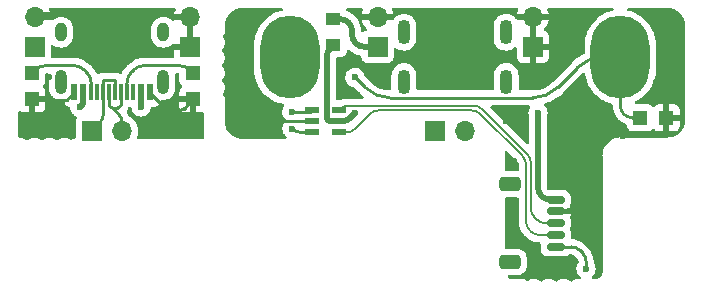
<source format=gbr>
%TF.GenerationSoftware,KiCad,Pcbnew,(6.0.10)*%
%TF.CreationDate,2023-01-23T13:10:32-05:00*%
%TF.ProjectId,nfdb_mkii,6e666462-5f6d-46b6-9969-2e6b69636164,rev?*%
%TF.SameCoordinates,Original*%
%TF.FileFunction,Copper,L1,Top*%
%TF.FilePolarity,Positive*%
%FSLAX46Y46*%
G04 Gerber Fmt 4.6, Leading zero omitted, Abs format (unit mm)*
G04 Created by KiCad (PCBNEW (6.0.10)) date 2023-01-23 13:10:32*
%MOMM*%
%LPD*%
G01*
G04 APERTURE LIST*
G04 Aperture macros list*
%AMRoundRect*
0 Rectangle with rounded corners*
0 $1 Rounding radius*
0 $2 $3 $4 $5 $6 $7 $8 $9 X,Y pos of 4 corners*
0 Add a 4 corners polygon primitive as box body*
4,1,4,$2,$3,$4,$5,$6,$7,$8,$9,$2,$3,0*
0 Add four circle primitives for the rounded corners*
1,1,$1+$1,$2,$3*
1,1,$1+$1,$4,$5*
1,1,$1+$1,$6,$7*
1,1,$1+$1,$8,$9*
0 Add four rect primitives between the rounded corners*
20,1,$1+$1,$2,$3,$4,$5,0*
20,1,$1+$1,$4,$5,$6,$7,0*
20,1,$1+$1,$6,$7,$8,$9,0*
20,1,$1+$1,$8,$9,$2,$3,0*%
G04 Aperture macros list end*
%TA.AperFunction,SMDPad,CuDef*%
%ADD10R,1.200000X1.300000*%
%TD*%
%TA.AperFunction,SMDPad,CuDef*%
%ADD11R,1.200000X0.600000*%
%TD*%
%TA.AperFunction,ComponentPad*%
%ADD12R,1.700000X1.700000*%
%TD*%
%TA.AperFunction,ComponentPad*%
%ADD13O,1.700000X1.700000*%
%TD*%
%TA.AperFunction,SMDPad,CuDef*%
%ADD14R,0.600000X1.450000*%
%TD*%
%TA.AperFunction,SMDPad,CuDef*%
%ADD15R,0.300000X1.450000*%
%TD*%
%TA.AperFunction,ComponentPad*%
%ADD16O,1.000000X2.100000*%
%TD*%
%TA.AperFunction,ComponentPad*%
%ADD17O,1.000000X1.600000*%
%TD*%
%TA.AperFunction,ComponentPad*%
%ADD18O,5.000000X7.000000*%
%TD*%
%TA.AperFunction,SMDPad,CuDef*%
%ADD19R,1.300000X1.000000*%
%TD*%
%TA.AperFunction,SMDPad,CuDef*%
%ADD20R,1.300000X1.200000*%
%TD*%
%TA.AperFunction,SMDPad,CuDef*%
%ADD21RoundRect,0.150000X-0.625000X0.150000X-0.625000X-0.150000X0.625000X-0.150000X0.625000X0.150000X0*%
%TD*%
%TA.AperFunction,SMDPad,CuDef*%
%ADD22RoundRect,0.250000X-0.650000X0.350000X-0.650000X-0.350000X0.650000X-0.350000X0.650000X0.350000X0*%
%TD*%
%TA.AperFunction,ComponentPad*%
%ADD23O,1.100000X2.100000*%
%TD*%
%TA.AperFunction,ViaPad*%
%ADD24C,0.600000*%
%TD*%
%TA.AperFunction,Conductor*%
%ADD25C,0.250000*%
%TD*%
%TA.AperFunction,Conductor*%
%ADD26C,0.200000*%
%TD*%
%TA.AperFunction,Conductor*%
%ADD27C,0.500000*%
%TD*%
G04 APERTURE END LIST*
D10*
X158870251Y-31323000D03*
X156670251Y-31323000D03*
D11*
X128860251Y-30674500D03*
X128860251Y-31624500D03*
X128860251Y-32574500D03*
X131160251Y-32574500D03*
X131160251Y-31624500D03*
X131160251Y-30674500D03*
D12*
X118533200Y-25318000D03*
D13*
X118533200Y-22778000D03*
D12*
X147563451Y-25318000D03*
D13*
X147563451Y-22778000D03*
D14*
X115159000Y-29187000D03*
X114384000Y-29187000D03*
D15*
X113684000Y-29187000D03*
X113184000Y-29187000D03*
X112684000Y-29187000D03*
X112184000Y-29187000D03*
X111684000Y-29187000D03*
X111184000Y-29187000D03*
X110684000Y-29187000D03*
X110184000Y-29187000D03*
D14*
X109484000Y-29187000D03*
X108709000Y-29187000D03*
D16*
X107614000Y-28272000D03*
D17*
X116254000Y-24092000D03*
D16*
X116254000Y-28272000D03*
D17*
X107614000Y-24092000D03*
D18*
X154964251Y-26209000D03*
D19*
X130660251Y-22992001D03*
X130660251Y-25191999D03*
D20*
X105136200Y-27564000D03*
X105136200Y-29764000D03*
D12*
X134406251Y-25318000D03*
D13*
X134406251Y-22778000D03*
D12*
X110234000Y-32418000D03*
D13*
X112774000Y-32418000D03*
D12*
X105376000Y-25318000D03*
D13*
X105376000Y-22778000D03*
D21*
X149494000Y-38262000D03*
X149494000Y-39262000D03*
X149494000Y-40262000D03*
X149494000Y-41262000D03*
X149494000Y-42262000D03*
D22*
X145619000Y-36962000D03*
X145619000Y-43562000D03*
D12*
X139264251Y-32418000D03*
D13*
X141804251Y-32418000D03*
D18*
X126964251Y-26209000D03*
D20*
X118796800Y-27564000D03*
X118796800Y-29764000D03*
D23*
X145284251Y-28272000D03*
X136644251Y-28272000D03*
X136644251Y-24092000D03*
X145284251Y-24092000D03*
D24*
X152936250Y-30569000D03*
X106600000Y-27860000D03*
X116826000Y-30844000D03*
X123099251Y-32432000D03*
X122210251Y-31543000D03*
X105076000Y-31924000D03*
X158913251Y-22399000D03*
X150034000Y-44539000D03*
X145970000Y-34972000D03*
X145316250Y-31585000D03*
X159802251Y-23492000D03*
X145970000Y-40262000D03*
X123099251Y-22399000D03*
X122210251Y-23492000D03*
X107168200Y-22441000D03*
X159802251Y-28317200D03*
X148510000Y-44539000D03*
X158913251Y-28317200D03*
X155222250Y-32855000D03*
X114384000Y-30418800D03*
X132528750Y-30914500D03*
X148002000Y-30914500D03*
X109185200Y-30427000D03*
X127155250Y-30823000D03*
X127174000Y-32249000D03*
X132489250Y-27902000D03*
X152066000Y-44116000D03*
D25*
X105713000Y-22441000D02*
X107168200Y-22441000D01*
X118009693Y-30551107D02*
X118796800Y-29764000D01*
X108089000Y-29807000D02*
X105179200Y-29807000D01*
X116826000Y-30844000D02*
X117302586Y-30844000D01*
X108709000Y-29187000D02*
X108089000Y-29807000D01*
X128860251Y-31624500D02*
X122291751Y-31624500D01*
X116726000Y-30844000D02*
X115159000Y-29277000D01*
X116826000Y-30844000D02*
X116726000Y-30844000D01*
X115159000Y-29277000D02*
X115159000Y-29187000D01*
X122291751Y-31624500D02*
X122210251Y-31543000D01*
X117302586Y-30843990D02*
G75*
G03*
X118009693Y-30551107I14J999990D01*
G01*
D26*
X131835686Y-30317145D02*
X131933965Y-30315000D01*
X148626214Y-40262000D02*
X149494000Y-40262000D01*
X147386000Y-35151780D02*
X147386000Y-39021786D01*
X131933965Y-30315000D02*
X142549220Y-30315000D01*
X147678893Y-39728893D02*
X147919107Y-39969107D01*
X131461312Y-30430723D02*
X131642906Y-30355498D01*
X131297882Y-30539929D02*
X131461312Y-30430723D01*
X131160251Y-30674500D02*
X131226858Y-30607893D01*
X131226858Y-30607893D02*
X131297882Y-30539929D01*
X131642906Y-30355498D02*
X131835686Y-30317145D01*
X143256327Y-30607893D02*
X147093107Y-34444673D01*
X147919100Y-39969114D02*
G75*
G03*
X148626214Y-40262000I707100J707114D01*
G01*
X147386014Y-35151780D02*
G75*
G03*
X147093107Y-34444673I-1000014J-20D01*
G01*
X143256317Y-30607903D02*
G75*
G03*
X142549220Y-30315000I-707117J-707097D01*
G01*
X147678886Y-39728900D02*
G75*
G02*
X147386000Y-39021786I707114J707100D01*
G01*
X147278893Y-40852893D02*
X147395107Y-40969107D01*
X134460339Y-30715000D02*
X142383534Y-30715000D01*
X146986000Y-35317466D02*
X146986000Y-40145786D01*
X148102214Y-41262000D02*
X149494000Y-41262000D01*
X143090641Y-31007893D02*
X146693107Y-34610359D01*
X131160251Y-32574500D02*
X131772411Y-32574500D01*
X132479518Y-32281607D02*
X133753232Y-31007893D01*
X132479512Y-32281601D02*
G75*
G02*
X131772411Y-32574500I-707112J707101D01*
G01*
X146693090Y-34610376D02*
G75*
G02*
X146986000Y-35317466I-707090J-707124D01*
G01*
X134460339Y-30715028D02*
G75*
G03*
X133753233Y-31007894I-39J-999972D01*
G01*
X142383534Y-30714976D02*
G75*
G02*
X143090641Y-31007893I-34J-1000024D01*
G01*
X147395100Y-40969114D02*
G75*
G03*
X148102214Y-41262000I707100J707114D01*
G01*
X147278886Y-40852900D02*
G75*
G02*
X146986000Y-40145786I707114J707100D01*
G01*
D25*
X117508480Y-26897000D02*
X114744520Y-26897000D01*
X113683860Y-27336340D02*
X113623340Y-27396860D01*
X118796800Y-27564000D02*
X118569140Y-27336340D01*
X113184000Y-28457520D02*
X113184000Y-29187000D01*
X113184015Y-28457520D02*
G75*
G02*
X113623340Y-27396860I1499985J20D01*
G01*
X114744520Y-26897015D02*
G75*
G03*
X113683860Y-27336340I-20J-1499985D01*
G01*
X117508480Y-26897015D02*
G75*
G02*
X118569140Y-27336340I20J-1499985D01*
G01*
X105363860Y-27336340D02*
X105136200Y-27564000D01*
X108589880Y-26897000D02*
X106424520Y-26897000D01*
X109744660Y-27430460D02*
X109650540Y-27336340D01*
X110184000Y-29187000D02*
X110184000Y-28491120D01*
X109744670Y-27430450D02*
G75*
G02*
X110184000Y-28491120I-1060670J-1060650D01*
G01*
X108589880Y-26897015D02*
G75*
G02*
X109650540Y-27336340I20J-1499985D01*
G01*
X106424520Y-26897015D02*
G75*
G03*
X105363860Y-27336340I-20J-1499985D01*
G01*
D27*
X131404536Y-31624500D02*
X131160251Y-31624500D01*
X130110251Y-26156213D02*
X130110251Y-31424500D01*
X132254000Y-24319070D02*
X132254000Y-23992001D01*
X148002000Y-37262000D02*
X148002000Y-30914500D01*
X130110251Y-31424500D02*
X130310251Y-31624500D01*
X130660251Y-25191999D02*
X130403144Y-25449106D01*
X132528750Y-30914500D02*
X132111643Y-31331607D01*
X130310251Y-31624500D02*
X131160251Y-31624500D01*
X109484000Y-30158200D02*
X109200200Y-30442000D01*
X134406251Y-25318000D02*
X133254929Y-25319070D01*
X114384000Y-30418800D02*
X114384000Y-29187000D01*
X149494000Y-38262000D02*
X149002000Y-38262000D01*
X131254000Y-22992001D02*
X130660251Y-22992001D01*
X109484000Y-29187000D02*
X109484000Y-30158200D01*
X132111625Y-31331589D02*
G75*
G02*
X131404536Y-31624500I-707125J707089D01*
G01*
X130403148Y-25449110D02*
G75*
G03*
X130110251Y-26156213I707052J-707090D01*
G01*
X131254000Y-22992000D02*
G75*
G02*
X132254000Y-23992001I0J-1000000D01*
G01*
X133254929Y-25319100D02*
G75*
G02*
X132254000Y-24319070I-929J1000000D01*
G01*
X148002000Y-37262000D02*
G75*
G03*
X149002000Y-38262000I1000000J0D01*
G01*
D25*
X128711751Y-30823000D02*
X128860251Y-30674500D01*
X112434000Y-30484000D02*
X111934000Y-30484000D01*
X127155250Y-30823000D02*
X128711751Y-30823000D01*
X111684000Y-30234000D02*
X111684000Y-29187000D01*
X112481107Y-31031107D02*
X111934000Y-30484000D01*
X112684000Y-29187000D02*
X112684000Y-30234000D01*
X112774000Y-32418000D02*
X112774000Y-31738214D01*
X111934000Y-30484000D02*
G75*
G02*
X111684000Y-30234000I0J250000D01*
G01*
X112684000Y-30234000D02*
G75*
G02*
X112434000Y-30484000I-250000J0D01*
G01*
X112773990Y-31738214D02*
G75*
G03*
X112481107Y-31031107I-999990J14D01*
G01*
X127913714Y-32574500D02*
X128860251Y-32574500D01*
X127174000Y-32249000D02*
X127206607Y-32281607D01*
X112184000Y-28162000D02*
X112184000Y-29187000D01*
X111184000Y-29187000D02*
X111184000Y-31053786D01*
X111184000Y-28162000D02*
X111209000Y-28137000D01*
X111209000Y-28137000D02*
X112159000Y-28137000D01*
X110891107Y-31760893D02*
X110234000Y-32418000D01*
X112159000Y-28137000D02*
X112184000Y-28162000D01*
X111184000Y-29187000D02*
X111184000Y-28162000D01*
X111183990Y-31053786D02*
G75*
G02*
X110891107Y-31760893I-999990J-14D01*
G01*
X127913714Y-32574490D02*
G75*
G02*
X127206607Y-32281607I-14J999990D01*
G01*
X147533610Y-29647000D02*
X135476891Y-29647000D01*
X154964251Y-26209000D02*
X154964251Y-30323000D01*
X133355570Y-28768320D02*
X132489250Y-27902000D01*
X155964251Y-31323000D02*
X156670251Y-31323000D01*
X151335571Y-27087680D02*
X149654930Y-28768321D01*
X154964251Y-26209000D02*
X153456892Y-26209000D01*
X152066000Y-43514214D02*
X152066000Y-44116000D01*
X149494000Y-42262000D02*
X150813786Y-42262000D01*
X151520893Y-42554893D02*
X151773107Y-42807107D01*
X155964251Y-31323049D02*
G75*
G02*
X154964251Y-30323000I49J1000049D01*
G01*
X151773114Y-42807100D02*
G75*
G02*
X152066000Y-43514214I-707114J-707100D01*
G01*
X147533610Y-29647007D02*
G75*
G03*
X149654930Y-28768321I-10J3000007D01*
G01*
X153456892Y-26208995D02*
G75*
G03*
X151335572Y-27087681I8J-3000005D01*
G01*
X133355575Y-28768315D02*
G75*
G03*
X135476891Y-29647000I2121325J2121315D01*
G01*
X151520900Y-42554886D02*
G75*
G03*
X150813786Y-42262000I-707100J-707114D01*
G01*
%TA.AperFunction,Conductor*%
G36*
X146319621Y-38090502D02*
G01*
X146366114Y-38144158D01*
X146377500Y-38196500D01*
X146377500Y-40097635D01*
X146376422Y-40114083D01*
X146372249Y-40145777D01*
X146375298Y-40168938D01*
X146376102Y-40177104D01*
X146387837Y-40356181D01*
X146388640Y-40360220D01*
X146388641Y-40360225D01*
X146412655Y-40480958D01*
X146428970Y-40562984D01*
X146496744Y-40762649D01*
X146498563Y-40766338D01*
X146498564Y-40766340D01*
X146539030Y-40848399D01*
X146590000Y-40951760D01*
X146592290Y-40955187D01*
X146592291Y-40955189D01*
X146704852Y-41123652D01*
X146704856Y-41123657D01*
X146707143Y-41127080D01*
X146709860Y-41130178D01*
X146709866Y-41130186D01*
X146825558Y-41262111D01*
X146830787Y-41268482D01*
X146844901Y-41286876D01*
X146870279Y-41306350D01*
X146882659Y-41317208D01*
X146930792Y-41365341D01*
X146941650Y-41377721D01*
X146961124Y-41403099D01*
X146967672Y-41408123D01*
X146979518Y-41417213D01*
X146985889Y-41422442D01*
X147117814Y-41538134D01*
X147117822Y-41538140D01*
X147120920Y-41540857D01*
X147124343Y-41543144D01*
X147124348Y-41543148D01*
X147292811Y-41655709D01*
X147296240Y-41658000D01*
X147299933Y-41659821D01*
X147299938Y-41659824D01*
X147345099Y-41682094D01*
X147485351Y-41751256D01*
X147489245Y-41752578D01*
X147489248Y-41752579D01*
X147594447Y-41788287D01*
X147685016Y-41819030D01*
X147689058Y-41819834D01*
X147689062Y-41819835D01*
X147887775Y-41859359D01*
X147887780Y-41859360D01*
X147891819Y-41860163D01*
X147895929Y-41860432D01*
X147895934Y-41860433D01*
X147969037Y-41865223D01*
X148070896Y-41871898D01*
X148079062Y-41872702D01*
X148102223Y-41875751D01*
X148102226Y-41875751D01*
X148101820Y-41878837D01*
X148155759Y-41894675D01*
X148202252Y-41948331D01*
X148213250Y-42010559D01*
X148210500Y-42045498D01*
X148210500Y-42478502D01*
X148213438Y-42515831D01*
X148259855Y-42675601D01*
X148263892Y-42682427D01*
X148340509Y-42811980D01*
X148340511Y-42811983D01*
X148344547Y-42818807D01*
X148462193Y-42936453D01*
X148469017Y-42940489D01*
X148469020Y-42940491D01*
X148576589Y-43004107D01*
X148605399Y-43021145D01*
X148613010Y-43023356D01*
X148613012Y-43023357D01*
X148665231Y-43038528D01*
X148765169Y-43067562D01*
X148771574Y-43068066D01*
X148771579Y-43068067D01*
X148800042Y-43070307D01*
X148800050Y-43070307D01*
X148802498Y-43070500D01*
X150185502Y-43070500D01*
X150187950Y-43070307D01*
X150187958Y-43070307D01*
X150216421Y-43068067D01*
X150216426Y-43068066D01*
X150222831Y-43067562D01*
X150322769Y-43038528D01*
X150374988Y-43023357D01*
X150374990Y-43023356D01*
X150382601Y-43021145D01*
X150411411Y-43004107D01*
X150518980Y-42940491D01*
X150518983Y-42940489D01*
X150525807Y-42936453D01*
X150531416Y-42930844D01*
X150537675Y-42925989D01*
X150538844Y-42927496D01*
X150592167Y-42898379D01*
X150618950Y-42895500D01*
X150763776Y-42895500D01*
X150780221Y-42896578D01*
X150799580Y-42899127D01*
X150799584Y-42899127D01*
X150807112Y-42900118D01*
X150814665Y-42899284D01*
X150814666Y-42899284D01*
X150844942Y-42899600D01*
X150892209Y-42905822D01*
X150923976Y-42914334D01*
X150981723Y-42938253D01*
X151010206Y-42954698D01*
X151044562Y-42981060D01*
X151057879Y-42992861D01*
X151060331Y-42995365D01*
X151064954Y-43001389D01*
X151070882Y-43006138D01*
X151092390Y-43023369D01*
X151102705Y-43032609D01*
X151289780Y-43219684D01*
X151300648Y-43232076D01*
X151317159Y-43253594D01*
X151323118Y-43258368D01*
X151344304Y-43280002D01*
X151373304Y-43317797D01*
X151389747Y-43346278D01*
X151413666Y-43404024D01*
X151422178Y-43435795D01*
X151427838Y-43478796D01*
X151428909Y-43496556D01*
X151428873Y-43499995D01*
X151427882Y-43507522D01*
X151428715Y-43515068D01*
X151428715Y-43515072D01*
X151431739Y-43542462D01*
X151432500Y-43556287D01*
X151432500Y-43569331D01*
X151412411Y-43637586D01*
X151341054Y-43748310D01*
X151341050Y-43748319D01*
X151337235Y-43754238D01*
X151334826Y-43760858D01*
X151334825Y-43760859D01*
X151277606Y-43918066D01*
X151275197Y-43924685D01*
X151252463Y-44104640D01*
X151270163Y-44285160D01*
X151327418Y-44457273D01*
X151331065Y-44463295D01*
X151331066Y-44463297D01*
X151417410Y-44605868D01*
X151421380Y-44612424D01*
X151426269Y-44617487D01*
X151426270Y-44617488D01*
X151488791Y-44682230D01*
X151547382Y-44742902D01*
X151553274Y-44746757D01*
X151553278Y-44746761D01*
X151577936Y-44762896D01*
X151623985Y-44816933D01*
X151633508Y-44887288D01*
X151603483Y-44951623D01*
X151543443Y-44989513D01*
X151495772Y-44993638D01*
X151490333Y-44993066D01*
X151481553Y-44992143D01*
X151481546Y-44992143D01*
X151478286Y-44991800D01*
X151383714Y-44991800D01*
X151272387Y-45003501D01*
X151248953Y-45005964D01*
X151248952Y-45005964D01*
X151242389Y-45006654D01*
X151236111Y-45008694D01*
X151236110Y-45008694D01*
X151206198Y-45018413D01*
X151062021Y-45065259D01*
X151056299Y-45068562D01*
X151056298Y-45068563D01*
X151004499Y-45098469D01*
X150897779Y-45160084D01*
X150880308Y-45175815D01*
X150816302Y-45206531D01*
X150745849Y-45197766D01*
X150711693Y-45175816D01*
X150694221Y-45160084D01*
X150587501Y-45098469D01*
X150535702Y-45068563D01*
X150535701Y-45068562D01*
X150529979Y-45065259D01*
X150385802Y-45018413D01*
X150355890Y-45008694D01*
X150355889Y-45008694D01*
X150349611Y-45006654D01*
X150343048Y-45005964D01*
X150343047Y-45005964D01*
X150319613Y-45003501D01*
X150208286Y-44991800D01*
X150113714Y-44991800D01*
X150002387Y-45003501D01*
X149978953Y-45005964D01*
X149978952Y-45005964D01*
X149972389Y-45006654D01*
X149966111Y-45008694D01*
X149966110Y-45008694D01*
X149936198Y-45018413D01*
X149792021Y-45065259D01*
X149786299Y-45068562D01*
X149786298Y-45068563D01*
X149734499Y-45098469D01*
X149627779Y-45160084D01*
X149610308Y-45175815D01*
X149546302Y-45206531D01*
X149475849Y-45197766D01*
X149441693Y-45175816D01*
X149424221Y-45160084D01*
X149317501Y-45098469D01*
X149265702Y-45068563D01*
X149265701Y-45068562D01*
X149259979Y-45065259D01*
X149115802Y-45018413D01*
X149085890Y-45008694D01*
X149085889Y-45008694D01*
X149079611Y-45006654D01*
X149073048Y-45005964D01*
X149073047Y-45005964D01*
X149049613Y-45003501D01*
X148938286Y-44991800D01*
X148843714Y-44991800D01*
X148732387Y-45003501D01*
X148708953Y-45005964D01*
X148708952Y-45005964D01*
X148702389Y-45006654D01*
X148696111Y-45008694D01*
X148696110Y-45008694D01*
X148666198Y-45018413D01*
X148522021Y-45065259D01*
X148516299Y-45068562D01*
X148516298Y-45068563D01*
X148464499Y-45098469D01*
X148357779Y-45160084D01*
X148340308Y-45175815D01*
X148276302Y-45206531D01*
X148205849Y-45197766D01*
X148171693Y-45175816D01*
X148154221Y-45160084D01*
X148047501Y-45098469D01*
X147995702Y-45068563D01*
X147995701Y-45068562D01*
X147989979Y-45065259D01*
X147845802Y-45018413D01*
X147815890Y-45008694D01*
X147815889Y-45008694D01*
X147809611Y-45006654D01*
X147803048Y-45005964D01*
X147803047Y-45005964D01*
X147779613Y-45003501D01*
X147668286Y-44991800D01*
X147573714Y-44991800D01*
X147462387Y-45003501D01*
X147438953Y-45005964D01*
X147438952Y-45005964D01*
X147432389Y-45006654D01*
X147426111Y-45008694D01*
X147426110Y-45008694D01*
X147396198Y-45018413D01*
X147252021Y-45065259D01*
X147246299Y-45068562D01*
X147246298Y-45068563D01*
X147128730Y-45136441D01*
X147059735Y-45153179D01*
X146992643Y-45129959D01*
X146982322Y-45121763D01*
X146974062Y-45114468D01*
X146962018Y-45102276D01*
X146948573Y-45086673D01*
X146948570Y-45086671D01*
X146942713Y-45079873D01*
X146921165Y-45065906D01*
X146906291Y-45054615D01*
X146893783Y-45043569D01*
X146893782Y-45043568D01*
X146887049Y-45037622D01*
X146860287Y-45025057D01*
X146845309Y-45016737D01*
X146828017Y-45005529D01*
X146828012Y-45005527D01*
X146820485Y-45000648D01*
X146811892Y-44998078D01*
X146811887Y-44998076D01*
X146795880Y-44993289D01*
X146778436Y-44986628D01*
X146763324Y-44979533D01*
X146763322Y-44979532D01*
X146755200Y-44975719D01*
X146746333Y-44974338D01*
X146746332Y-44974338D01*
X146736690Y-44972837D01*
X146725983Y-44971170D01*
X146709268Y-44967387D01*
X146689534Y-44961485D01*
X146689528Y-44961484D01*
X146680934Y-44958914D01*
X146671963Y-44958859D01*
X146671962Y-44958859D01*
X146661903Y-44958798D01*
X146646494Y-44958704D01*
X146645711Y-44958671D01*
X146644614Y-44958500D01*
X146613623Y-44958500D01*
X146612853Y-44958498D01*
X146539215Y-44958048D01*
X146539214Y-44958048D01*
X146535279Y-44958024D01*
X146533935Y-44958408D01*
X146532590Y-44958500D01*
X145748634Y-44958500D01*
X145729243Y-44956999D01*
X145714425Y-44954691D01*
X145705552Y-44953309D01*
X145696542Y-44954487D01*
X145696524Y-44954489D01*
X145666086Y-44954758D01*
X145604018Y-44947762D01*
X145576512Y-44941483D01*
X145502059Y-44915428D01*
X145444368Y-44874048D01*
X145418208Y-44808046D01*
X145431884Y-44738379D01*
X145481053Y-44687165D01*
X145543678Y-44670500D01*
X146319400Y-44670500D01*
X146322646Y-44670163D01*
X146322650Y-44670163D01*
X146418308Y-44660238D01*
X146418312Y-44660237D01*
X146425166Y-44659526D01*
X146431702Y-44657345D01*
X146431704Y-44657345D01*
X146566347Y-44612424D01*
X146592946Y-44603550D01*
X146743348Y-44510478D01*
X146868305Y-44385303D01*
X146925914Y-44291844D01*
X146957275Y-44240968D01*
X146957276Y-44240966D01*
X146961115Y-44234738D01*
X146999184Y-44119962D01*
X147014632Y-44073389D01*
X147014632Y-44073387D01*
X147016797Y-44066861D01*
X147027500Y-43962400D01*
X147027500Y-43161600D01*
X147020546Y-43094578D01*
X147017238Y-43062692D01*
X147017237Y-43062688D01*
X147016526Y-43055834D01*
X146995517Y-42992861D01*
X146962868Y-42895002D01*
X146960550Y-42888054D01*
X146867478Y-42737652D01*
X146742303Y-42612695D01*
X146591738Y-42519885D01*
X146474376Y-42480958D01*
X146430389Y-42466368D01*
X146430387Y-42466368D01*
X146423861Y-42464203D01*
X146417025Y-42463503D01*
X146417022Y-42463502D01*
X146373969Y-42459091D01*
X146319400Y-42453500D01*
X145333751Y-42453500D01*
X145265630Y-42433498D01*
X145219137Y-42379842D01*
X145207751Y-42327500D01*
X145207751Y-38196500D01*
X145227753Y-38128379D01*
X145281409Y-38081886D01*
X145333751Y-38070500D01*
X146251500Y-38070500D01*
X146319621Y-38090502D01*
G37*
%TD.AperFunction*%
%TA.AperFunction,Conductor*%
G36*
X158934279Y-22027000D02*
G01*
X158957988Y-22030691D01*
X158973244Y-22028696D01*
X158998567Y-22027953D01*
X159017533Y-22029309D01*
X159167543Y-22040034D01*
X159185332Y-22042592D01*
X159375669Y-22083993D01*
X159392916Y-22089057D01*
X159575421Y-22157124D01*
X159591774Y-22164591D01*
X159762743Y-22257943D01*
X159777857Y-22267656D01*
X159933797Y-22384387D01*
X159947378Y-22396155D01*
X160005884Y-22454659D01*
X160071834Y-22520607D01*
X160085114Y-22533887D01*
X160096888Y-22547473D01*
X160112376Y-22568163D01*
X160213622Y-22703410D01*
X160223341Y-22718534D01*
X160316695Y-22889495D01*
X160324163Y-22905848D01*
X160392232Y-23088345D01*
X160397297Y-23105594D01*
X160421331Y-23216071D01*
X160436414Y-23285405D01*
X160438702Y-23295924D01*
X160441261Y-23313717D01*
X160441272Y-23313870D01*
X160452823Y-23475385D01*
X160452032Y-23494431D01*
X160451941Y-23501852D01*
X160450560Y-23510723D01*
X160451724Y-23519625D01*
X160451724Y-23519627D01*
X160453022Y-23529551D01*
X160454358Y-23539763D01*
X160454687Y-23542282D01*
X160455751Y-23558620D01*
X160455751Y-31467633D01*
X160454251Y-31487018D01*
X160451941Y-31501851D01*
X160451941Y-31501855D01*
X160450560Y-31510724D01*
X160452555Y-31525976D01*
X160453298Y-31551302D01*
X160441213Y-31720273D01*
X160438655Y-31738064D01*
X160404653Y-31894364D01*
X160397251Y-31928390D01*
X160392186Y-31945639D01*
X160324116Y-32128137D01*
X160316649Y-32144487D01*
X160261540Y-32245411D01*
X160223302Y-32315437D01*
X160213584Y-32330559D01*
X160105377Y-32475105D01*
X160096852Y-32486493D01*
X160085078Y-32500079D01*
X159947347Y-32637807D01*
X159933767Y-32649575D01*
X159777830Y-32766304D01*
X159762713Y-32776018D01*
X159651897Y-32836526D01*
X159597296Y-32866340D01*
X159591761Y-32869362D01*
X159575410Y-32876830D01*
X159393734Y-32944587D01*
X159392903Y-32944897D01*
X159375656Y-32949961D01*
X159185325Y-32991360D01*
X159167536Y-32993918D01*
X159005448Y-33005507D01*
X158988387Y-33004797D01*
X158988387Y-33004801D01*
X158979413Y-33004691D01*
X158970540Y-33003309D01*
X158961637Y-33004473D01*
X158961636Y-33004473D01*
X158938965Y-33007437D01*
X158922631Y-33008500D01*
X155017487Y-33008500D01*
X154996589Y-33006755D01*
X154981577Y-33004230D01*
X154981575Y-33004230D01*
X154976778Y-33003423D01*
X154971914Y-33003364D01*
X154971913Y-33003364D01*
X154970274Y-33003344D01*
X154964226Y-33003271D01*
X154950473Y-33005241D01*
X154950148Y-33005288D01*
X154941274Y-33006241D01*
X154748996Y-33020002D01*
X154744595Y-33020960D01*
X154744592Y-33020960D01*
X154542556Y-33064919D01*
X154542554Y-33064919D01*
X154538149Y-33065878D01*
X154533929Y-33067452D01*
X154533926Y-33067453D01*
X154340192Y-33139720D01*
X154340188Y-33139722D01*
X154335976Y-33141293D01*
X154146594Y-33244712D01*
X153973857Y-33374029D01*
X153821281Y-33526613D01*
X153818584Y-33530216D01*
X153694667Y-33695755D01*
X153694664Y-33695760D01*
X153691972Y-33699356D01*
X153588562Y-33888744D01*
X153586990Y-33892959D01*
X153586989Y-33892961D01*
X153576769Y-33920364D01*
X153513157Y-34090920D01*
X153502953Y-34137828D01*
X153473260Y-34274331D01*
X153467291Y-34301769D01*
X153466970Y-34306259D01*
X153454239Y-34484271D01*
X153453059Y-34494671D01*
X153451941Y-34501847D01*
X153451941Y-34501856D01*
X153450560Y-34510724D01*
X153451724Y-34519626D01*
X153451724Y-34519628D01*
X153454687Y-34542283D01*
X153455751Y-34558621D01*
X153455751Y-44417633D01*
X153454251Y-44437018D01*
X153450560Y-44460724D01*
X153451724Y-44469626D01*
X153451740Y-44469750D01*
X153452011Y-44500192D01*
X153445019Y-44562252D01*
X153438741Y-44589759D01*
X153414327Y-44659526D01*
X153411768Y-44666840D01*
X153399526Y-44692259D01*
X153367704Y-44742902D01*
X153356079Y-44761402D01*
X153338487Y-44783460D01*
X153313900Y-44808046D01*
X153280741Y-44841203D01*
X153258683Y-44858792D01*
X153189540Y-44902236D01*
X153164119Y-44914477D01*
X153121359Y-44929438D01*
X153087037Y-44941446D01*
X153059535Y-44947722D01*
X153003669Y-44954014D01*
X152988031Y-44954796D01*
X152979422Y-44954691D01*
X152970552Y-44953309D01*
X152946324Y-44956476D01*
X152938972Y-44957437D01*
X152922641Y-44958500D01*
X152668762Y-44958500D01*
X152600641Y-44938498D01*
X152554148Y-44884842D01*
X152544044Y-44814568D01*
X152573538Y-44749988D01*
X152581870Y-44741254D01*
X152585461Y-44737834D01*
X152689266Y-44638982D01*
X152789643Y-44487902D01*
X152854055Y-44318338D01*
X152855035Y-44311366D01*
X152878748Y-44142639D01*
X152878748Y-44142636D01*
X152879299Y-44138717D01*
X152879616Y-44116000D01*
X152859397Y-43935745D01*
X152857080Y-43929091D01*
X152802064Y-43771106D01*
X152802062Y-43771103D01*
X152799745Y-43764448D01*
X152718684Y-43634722D01*
X152699548Y-43566353D01*
X152700795Y-43550200D01*
X152703432Y-43531672D01*
X152703433Y-43531665D01*
X152704013Y-43527587D01*
X152704153Y-43514223D01*
X152703316Y-43507306D01*
X152702064Y-43496953D01*
X152701422Y-43490059D01*
X152689273Y-43304666D01*
X152689272Y-43304662D01*
X152689003Y-43300550D01*
X152682511Y-43267906D01*
X152648036Y-43094578D01*
X152648035Y-43094574D01*
X152647231Y-43090532D01*
X152578403Y-42887763D01*
X152507450Y-42743880D01*
X152485521Y-42699411D01*
X152485518Y-42699406D01*
X152483697Y-42695713D01*
X152364734Y-42517668D01*
X152308749Y-42453828D01*
X152286857Y-42428864D01*
X152282031Y-42423015D01*
X152281686Y-42422570D01*
X152277649Y-42415744D01*
X152261905Y-42400000D01*
X152256261Y-42393975D01*
X152251648Y-42388714D01*
X152245629Y-42381300D01*
X152236180Y-42368715D01*
X152236176Y-42368710D01*
X152233704Y-42365418D01*
X152224354Y-42355869D01*
X152199842Y-42336649D01*
X152188502Y-42326597D01*
X152007023Y-42145118D01*
X151995358Y-42131676D01*
X151983957Y-42116491D01*
X151983955Y-42116489D01*
X151981482Y-42113195D01*
X151972131Y-42103646D01*
X151958579Y-42093020D01*
X151953282Y-42088627D01*
X151810332Y-41963266D01*
X151656024Y-41860163D01*
X151635716Y-41846594D01*
X151635715Y-41846593D01*
X151632287Y-41844303D01*
X151628594Y-41842482D01*
X151628589Y-41842479D01*
X151443928Y-41751417D01*
X151443926Y-41751416D01*
X151440237Y-41749597D01*
X151237468Y-41680769D01*
X151233426Y-41679965D01*
X151233422Y-41679964D01*
X151031494Y-41639801D01*
X151031489Y-41639800D01*
X151027450Y-41638997D01*
X151023340Y-41638728D01*
X151023335Y-41638727D01*
X150909754Y-41631284D01*
X150902206Y-41630561D01*
X150901490Y-41630471D01*
X150893816Y-41628500D01*
X150886062Y-41628500D01*
X150821055Y-41600151D01*
X150781652Y-41541092D01*
X150776309Y-41493640D01*
X150777306Y-41480963D01*
X150777500Y-41478502D01*
X150777500Y-41045498D01*
X150774562Y-41008169D01*
X150728145Y-40848399D01*
X150724109Y-40841574D01*
X150714980Y-40826137D01*
X150697522Y-40757321D01*
X150714980Y-40697863D01*
X150724109Y-40682426D01*
X150724110Y-40682424D01*
X150728145Y-40675601D01*
X150774562Y-40515831D01*
X150777500Y-40478502D01*
X150777500Y-40045498D01*
X150774562Y-40008169D01*
X150728145Y-39848399D01*
X150714690Y-39825649D01*
X150697230Y-39756835D01*
X150714689Y-39697370D01*
X150723648Y-39682221D01*
X150729893Y-39667790D01*
X150768939Y-39533395D01*
X150768899Y-39519294D01*
X150761630Y-39516000D01*
X150436570Y-39516000D01*
X150387725Y-39505885D01*
X150382601Y-39502855D01*
X150374993Y-39500645D01*
X150374989Y-39500643D01*
X150294578Y-39477282D01*
X150222831Y-39456438D01*
X150216426Y-39455934D01*
X150216421Y-39455933D01*
X150187958Y-39453693D01*
X150187950Y-39453693D01*
X150185502Y-39453500D01*
X149366000Y-39453500D01*
X149297879Y-39433498D01*
X149251386Y-39379842D01*
X149240000Y-39327500D01*
X149240000Y-39196500D01*
X149260002Y-39128379D01*
X149313658Y-39081886D01*
X149366000Y-39070500D01*
X150185502Y-39070500D01*
X150187950Y-39070307D01*
X150187958Y-39070307D01*
X150216421Y-39068067D01*
X150216426Y-39068066D01*
X150222831Y-39067562D01*
X150294578Y-39046718D01*
X150374989Y-39023357D01*
X150374993Y-39023355D01*
X150382601Y-39021145D01*
X150387725Y-39018115D01*
X150436570Y-39008000D01*
X150755878Y-39008000D01*
X150769409Y-39004027D01*
X150770544Y-38996129D01*
X150729893Y-38856210D01*
X150723648Y-38841779D01*
X150714689Y-38826630D01*
X150697230Y-38757814D01*
X150714690Y-38698352D01*
X150728145Y-38675601D01*
X150774562Y-38515831D01*
X150777500Y-38478502D01*
X150777500Y-38045498D01*
X150774562Y-38008169D01*
X150728145Y-37848399D01*
X150711107Y-37819589D01*
X150647491Y-37712020D01*
X150647489Y-37712017D01*
X150643453Y-37705193D01*
X150525807Y-37587547D01*
X150518983Y-37583511D01*
X150518980Y-37583509D01*
X150389427Y-37506892D01*
X150389428Y-37506892D01*
X150382601Y-37502855D01*
X150374990Y-37500644D01*
X150374988Y-37500643D01*
X150322769Y-37485472D01*
X150222831Y-37456438D01*
X150216426Y-37455934D01*
X150216421Y-37455933D01*
X150187958Y-37453693D01*
X150187950Y-37453693D01*
X150185502Y-37453500D01*
X148909082Y-37453500D01*
X148840961Y-37433498D01*
X148796816Y-37384704D01*
X148781381Y-37354412D01*
X148769198Y-37316914D01*
X148766600Y-37300507D01*
X148765061Y-37279041D01*
X148765244Y-37265963D01*
X148765244Y-37265956D01*
X148765299Y-37262000D01*
X148761285Y-37226213D01*
X148760500Y-37212169D01*
X148760500Y-31217767D01*
X148768712Y-31173023D01*
X148787555Y-31123420D01*
X148787556Y-31123418D01*
X148790055Y-31116838D01*
X148797078Y-31066869D01*
X148814748Y-30941139D01*
X148814748Y-30941136D01*
X148815299Y-30937217D01*
X148815452Y-30926238D01*
X148815561Y-30918462D01*
X148815561Y-30918457D01*
X148815616Y-30914500D01*
X148795397Y-30734245D01*
X148792951Y-30727221D01*
X148738064Y-30569606D01*
X148738062Y-30569603D01*
X148735745Y-30562948D01*
X148723055Y-30542639D01*
X148643359Y-30415098D01*
X148639626Y-30409124D01*
X148631151Y-30400589D01*
X148560380Y-30329323D01*
X148526573Y-30266892D01*
X148531885Y-30196095D01*
X148574629Y-30139408D01*
X148607335Y-30121906D01*
X148847102Y-30036115D01*
X148922855Y-30009010D01*
X148922861Y-30009008D01*
X148925769Y-30007967D01*
X149026903Y-29960134D01*
X149245715Y-29856643D01*
X149245718Y-29856641D01*
X149248497Y-29855327D01*
X149554710Y-29671789D01*
X149642428Y-29606733D01*
X149838973Y-29460965D01*
X149838976Y-29460962D01*
X149841459Y-29459121D01*
X149843754Y-29457041D01*
X149843758Y-29457038D01*
X150085491Y-29237944D01*
X150090813Y-29233549D01*
X150093333Y-29231385D01*
X150096625Y-29228913D01*
X150106173Y-29219562D01*
X150125385Y-29195060D01*
X150135444Y-29183711D01*
X151748150Y-27571005D01*
X151760542Y-27560137D01*
X151781489Y-27544064D01*
X151847709Y-27518464D01*
X151917258Y-27532729D01*
X151968054Y-27582331D01*
X151982315Y-27622362D01*
X152000210Y-27724893D01*
X152027917Y-27883646D01*
X152030275Y-27897158D01*
X152128814Y-28229820D01*
X152130237Y-28233156D01*
X152130238Y-28233159D01*
X152258029Y-28532760D01*
X152264935Y-28548952D01*
X152266730Y-28552099D01*
X152266732Y-28552103D01*
X152405687Y-28795717D01*
X152436834Y-28850324D01*
X152438973Y-28853236D01*
X152438975Y-28853239D01*
X152457732Y-28878773D01*
X152642233Y-29129940D01*
X152644699Y-29132593D01*
X152644700Y-29132595D01*
X152714928Y-29208169D01*
X152878409Y-29384096D01*
X153142232Y-29609422D01*
X153430204Y-29802931D01*
X153433421Y-29804592D01*
X153433422Y-29804592D01*
X153521082Y-29849837D01*
X153738510Y-29962060D01*
X154063062Y-30084698D01*
X154066578Y-30085581D01*
X154066587Y-30085584D01*
X154235446Y-30127998D01*
X154296642Y-30163993D01*
X154328663Y-30227358D01*
X154330751Y-30250202D01*
X154330751Y-30272982D01*
X154329673Y-30289428D01*
X154327540Y-30305632D01*
X154326133Y-30316317D01*
X154326871Y-30323000D01*
X154326578Y-30323000D01*
X154343247Y-30556065D01*
X154392913Y-30784386D01*
X154394484Y-30788598D01*
X154472900Y-30998844D01*
X154474567Y-31003314D01*
X154586545Y-31208395D01*
X154589242Y-31211997D01*
X154589242Y-31211998D01*
X154603696Y-31231307D01*
X154726568Y-31395452D01*
X154729751Y-31398635D01*
X154860662Y-31529552D01*
X154891787Y-31560679D01*
X155078838Y-31700712D01*
X155283913Y-31812700D01*
X155288125Y-31814271D01*
X155288129Y-31814273D01*
X155417093Y-31862379D01*
X155467848Y-31881312D01*
X155479788Y-31885766D01*
X155536622Y-31928315D01*
X155561430Y-31994836D01*
X155561751Y-32003820D01*
X155561751Y-32021134D01*
X155568506Y-32083316D01*
X155619636Y-32219705D01*
X155706990Y-32336261D01*
X155823546Y-32423615D01*
X155959935Y-32474745D01*
X156022117Y-32481500D01*
X157318385Y-32481500D01*
X157380567Y-32474745D01*
X157516956Y-32423615D01*
X157633512Y-32336261D01*
X157669738Y-32287925D01*
X157726596Y-32245411D01*
X157797415Y-32240385D01*
X157859708Y-32274445D01*
X157871389Y-32287925D01*
X157901968Y-32328726D01*
X157914527Y-32341285D01*
X158016602Y-32417786D01*
X158032197Y-32426324D01*
X158152645Y-32471478D01*
X158167900Y-32475105D01*
X158218765Y-32480631D01*
X158225579Y-32481000D01*
X158598136Y-32481000D01*
X158613375Y-32476525D01*
X158614580Y-32475135D01*
X158616251Y-32467452D01*
X158616251Y-32462884D01*
X159124251Y-32462884D01*
X159128726Y-32478123D01*
X159130116Y-32479328D01*
X159137799Y-32480999D01*
X159514920Y-32480999D01*
X159521741Y-32480629D01*
X159572603Y-32475105D01*
X159587855Y-32471479D01*
X159708305Y-32426324D01*
X159723900Y-32417786D01*
X159825975Y-32341285D01*
X159838536Y-32328724D01*
X159915037Y-32226649D01*
X159923575Y-32211054D01*
X159968729Y-32090606D01*
X159972356Y-32075351D01*
X159977882Y-32024486D01*
X159978251Y-32017672D01*
X159978251Y-31595115D01*
X159973776Y-31579876D01*
X159972386Y-31578671D01*
X159964703Y-31577000D01*
X159142366Y-31577000D01*
X159127127Y-31581475D01*
X159125922Y-31582865D01*
X159124251Y-31590548D01*
X159124251Y-32462884D01*
X158616251Y-32462884D01*
X158616251Y-31050885D01*
X159124251Y-31050885D01*
X159128726Y-31066124D01*
X159130116Y-31067329D01*
X159137799Y-31069000D01*
X159960135Y-31069000D01*
X159975374Y-31064525D01*
X159976579Y-31063135D01*
X159978250Y-31055452D01*
X159978250Y-30628331D01*
X159977880Y-30621510D01*
X159972356Y-30570648D01*
X159968730Y-30555396D01*
X159923575Y-30434946D01*
X159915037Y-30419351D01*
X159838536Y-30317276D01*
X159825975Y-30304715D01*
X159723900Y-30228214D01*
X159708305Y-30219676D01*
X159587857Y-30174522D01*
X159572602Y-30170895D01*
X159521737Y-30165369D01*
X159514923Y-30165000D01*
X159142366Y-30165000D01*
X159127127Y-30169475D01*
X159125922Y-30170865D01*
X159124251Y-30178548D01*
X159124251Y-31050885D01*
X158616251Y-31050885D01*
X158616251Y-30183116D01*
X158611776Y-30167877D01*
X158610386Y-30166672D01*
X158602703Y-30165001D01*
X158225582Y-30165001D01*
X158218761Y-30165371D01*
X158167899Y-30170895D01*
X158152647Y-30174521D01*
X158032197Y-30219676D01*
X158016602Y-30228214D01*
X157914527Y-30304715D01*
X157901968Y-30317274D01*
X157871389Y-30358075D01*
X157814529Y-30400589D01*
X157743711Y-30405614D01*
X157681417Y-30371554D01*
X157669737Y-30358074D01*
X157643451Y-30323000D01*
X157633512Y-30309739D01*
X157516956Y-30222385D01*
X157380567Y-30171255D01*
X157318385Y-30164500D01*
X156313200Y-30164500D01*
X156245079Y-30144498D01*
X156198586Y-30090842D01*
X156188482Y-30020568D01*
X156217976Y-29955988D01*
X156258955Y-29924774D01*
X156404553Y-29855327D01*
X156416063Y-29849837D01*
X156422802Y-29845610D01*
X156555682Y-29762254D01*
X156709972Y-29665468D01*
X156712808Y-29663196D01*
X156712815Y-29663191D01*
X156977906Y-29450813D01*
X156980742Y-29448541D01*
X157193008Y-29234041D01*
X157222234Y-29204507D01*
X157222235Y-29204506D01*
X157224785Y-29201929D01*
X157234856Y-29189085D01*
X157436625Y-28931759D01*
X157436626Y-28931757D01*
X157438865Y-28928902D01*
X157467204Y-28882658D01*
X157574064Y-28708278D01*
X157620146Y-28633079D01*
X157624192Y-28624364D01*
X157764700Y-28321663D01*
X157766224Y-28318380D01*
X157845774Y-28077844D01*
X157874025Y-27992422D01*
X157874026Y-27992417D01*
X157875164Y-27988977D01*
X157881159Y-27960031D01*
X157944786Y-27652786D01*
X157944786Y-27652783D01*
X157945521Y-27649236D01*
X157959291Y-27494947D01*
X157972502Y-27346924D01*
X157972502Y-27346918D01*
X157972751Y-27344131D01*
X157972751Y-25120568D01*
X157972510Y-25116384D01*
X157958087Y-24866246D01*
X157958086Y-24866241D01*
X157957878Y-24862626D01*
X157913537Y-24608564D01*
X157898851Y-24524415D01*
X157898849Y-24524408D01*
X157898227Y-24520842D01*
X157895714Y-24512356D01*
X157848563Y-24353179D01*
X157799688Y-24188180D01*
X157798264Y-24184841D01*
X157664991Y-23872386D01*
X157664989Y-23872383D01*
X157663567Y-23869048D01*
X157660661Y-23863952D01*
X157493459Y-23570816D01*
X157491668Y-23567676D01*
X157468354Y-23535937D01*
X157357778Y-23385408D01*
X157286269Y-23288060D01*
X157282745Y-23284267D01*
X157080746Y-23066891D01*
X157050093Y-23033904D01*
X156786270Y-22808578D01*
X156498298Y-22615069D01*
X156353363Y-22540262D01*
X156193212Y-22457602D01*
X156189992Y-22455940D01*
X155865440Y-22333302D01*
X155861919Y-22332418D01*
X155861914Y-22332416D01*
X155628170Y-22273704D01*
X155566974Y-22237709D01*
X155534953Y-22174344D01*
X155542273Y-22103726D01*
X155586611Y-22048275D01*
X155658865Y-22025500D01*
X158914897Y-22025500D01*
X158934279Y-22027000D01*
G37*
%TD.AperFunction*%
%TA.AperFunction,Conductor*%
G36*
X145351944Y-34136962D02*
G01*
X145380653Y-34158454D01*
X146228793Y-35006594D01*
X146239658Y-35018982D01*
X146259130Y-35044357D01*
X146265683Y-35049385D01*
X146271520Y-35055222D01*
X146271075Y-35055667D01*
X146285112Y-35069704D01*
X146314944Y-35108579D01*
X146331391Y-35137064D01*
X146357808Y-35200835D01*
X146366323Y-35232607D01*
X146372709Y-35281101D01*
X146372708Y-35301044D01*
X146373327Y-35301044D01*
X146373327Y-35309297D01*
X146372249Y-35317487D01*
X146373327Y-35325673D01*
X146376422Y-35349177D01*
X146377500Y-35365627D01*
X146377500Y-35727500D01*
X146357498Y-35795621D01*
X146303842Y-35842114D01*
X146251500Y-35853500D01*
X145333751Y-35853500D01*
X145265630Y-35833498D01*
X145219137Y-35779842D01*
X145207751Y-35727500D01*
X145207751Y-34670250D01*
X145209497Y-34649345D01*
X145212021Y-34634344D01*
X145212021Y-34634341D01*
X145212827Y-34629552D01*
X145212980Y-34617000D01*
X145210761Y-34601504D01*
X145209811Y-34592644D01*
X145196481Y-34406267D01*
X145196160Y-34401777D01*
X145168437Y-34274331D01*
X145173503Y-34203515D01*
X145216050Y-34146680D01*
X145282570Y-34121870D01*
X145351944Y-34136962D01*
G37*
%TD.AperFunction*%
%TA.AperFunction,Conductor*%
G36*
X147285701Y-30300502D02*
G01*
X147332194Y-30354158D01*
X147342298Y-30424432D01*
X147323493Y-30474753D01*
X147273235Y-30552738D01*
X147270826Y-30559358D01*
X147270824Y-30559361D01*
X147230949Y-30668916D01*
X147211197Y-30723185D01*
X147188463Y-30903140D01*
X147206163Y-31083660D01*
X147219390Y-31123420D01*
X147237058Y-31176533D01*
X147243500Y-31216305D01*
X147243500Y-33430327D01*
X147223498Y-33498448D01*
X147169842Y-33544941D01*
X147099568Y-33555045D01*
X147034988Y-33525551D01*
X147028405Y-33519422D01*
X144004578Y-30495595D01*
X143970552Y-30433283D01*
X143975617Y-30362468D01*
X144018164Y-30305632D01*
X144084684Y-30280821D01*
X144093673Y-30280500D01*
X147217580Y-30280500D01*
X147285701Y-30300502D01*
G37*
%TD.AperFunction*%
%TA.AperFunction,Conductor*%
G36*
X106548109Y-27550502D02*
G01*
X106594602Y-27604158D01*
X106605728Y-27663198D01*
X106605500Y-27665227D01*
X106605500Y-28871769D01*
X106605800Y-28874825D01*
X106605800Y-28874832D01*
X106606568Y-28882665D01*
X106619920Y-29018833D01*
X106621702Y-29024734D01*
X106621702Y-29024736D01*
X106628241Y-29046394D01*
X106677084Y-29208169D01*
X106769934Y-29382796D01*
X106832183Y-29459121D01*
X106891040Y-29531287D01*
X106891043Y-29531290D01*
X106894935Y-29536062D01*
X106899682Y-29539989D01*
X106899684Y-29539991D01*
X107042575Y-29658201D01*
X107042579Y-29658203D01*
X107047325Y-29662130D01*
X107221299Y-29756198D01*
X107410232Y-29814682D01*
X107416357Y-29815326D01*
X107416358Y-29815326D01*
X107600796Y-29834711D01*
X107600798Y-29834711D01*
X107606925Y-29835355D01*
X107763582Y-29821098D01*
X107833234Y-29834843D01*
X107884399Y-29884064D01*
X107901001Y-29946579D01*
X107901001Y-29956669D01*
X107901371Y-29963490D01*
X107906895Y-30014352D01*
X107910521Y-30029604D01*
X107955676Y-30150054D01*
X107964214Y-30165649D01*
X108040715Y-30267724D01*
X108053276Y-30280285D01*
X108155351Y-30356786D01*
X108170946Y-30365324D01*
X108298793Y-30413252D01*
X108297745Y-30416048D01*
X108347214Y-30444298D01*
X108380045Y-30507247D01*
X108381835Y-30519384D01*
X108389363Y-30596160D01*
X108391587Y-30602845D01*
X108391587Y-30602846D01*
X108397672Y-30621138D01*
X108446618Y-30768273D01*
X108450265Y-30774295D01*
X108450266Y-30774297D01*
X108536260Y-30916290D01*
X108540580Y-30923424D01*
X108545469Y-30928487D01*
X108545470Y-30928488D01*
X108600189Y-30985151D01*
X108666582Y-31053902D01*
X108701346Y-31076651D01*
X108809583Y-31147479D01*
X108818359Y-31153222D01*
X108856203Y-31167296D01*
X108913077Y-31209786D01*
X108937951Y-31276283D01*
X108930263Y-31329621D01*
X108885029Y-31450282D01*
X108885027Y-31450288D01*
X108882255Y-31457684D01*
X108875500Y-31519866D01*
X108875500Y-32974300D01*
X108855498Y-33042421D01*
X108801842Y-33088914D01*
X108794488Y-33091777D01*
X108791248Y-33093219D01*
X108784971Y-33095259D01*
X108779256Y-33098559D01*
X108774107Y-33100851D01*
X108749206Y-33107945D01*
X108749229Y-33108024D01*
X108720797Y-33116150D01*
X108704035Y-33119728D01*
X108674763Y-33123920D01*
X108666595Y-33127634D01*
X108666594Y-33127634D01*
X108651388Y-33134548D01*
X108633864Y-33140996D01*
X108609179Y-33148051D01*
X108601585Y-33152843D01*
X108601582Y-33152844D01*
X108584170Y-33163830D01*
X108569087Y-33171969D01*
X108542168Y-33184208D01*
X108540524Y-33185624D01*
X108475646Y-33204516D01*
X108412930Y-33187635D01*
X108258652Y-33098563D01*
X108258651Y-33098562D01*
X108252929Y-33095259D01*
X108151916Y-33062438D01*
X108078840Y-33038694D01*
X108078839Y-33038694D01*
X108072561Y-33036654D01*
X108065998Y-33035964D01*
X108065997Y-33035964D01*
X108042563Y-33033501D01*
X107931236Y-33021800D01*
X107836664Y-33021800D01*
X107725337Y-33033501D01*
X107701903Y-33035964D01*
X107701902Y-33035964D01*
X107695339Y-33036654D01*
X107689061Y-33038694D01*
X107689060Y-33038694D01*
X107615984Y-33062438D01*
X107514971Y-33095259D01*
X107509249Y-33098562D01*
X107509248Y-33098563D01*
X107494240Y-33107228D01*
X107350729Y-33190084D01*
X107333258Y-33205815D01*
X107269252Y-33236531D01*
X107198799Y-33227766D01*
X107164643Y-33205816D01*
X107147171Y-33190084D01*
X107003660Y-33107228D01*
X106988652Y-33098563D01*
X106988651Y-33098562D01*
X106982929Y-33095259D01*
X106881916Y-33062438D01*
X106808840Y-33038694D01*
X106808839Y-33038694D01*
X106802561Y-33036654D01*
X106795998Y-33035964D01*
X106795997Y-33035964D01*
X106772563Y-33033501D01*
X106661236Y-33021800D01*
X106566664Y-33021800D01*
X106455337Y-33033501D01*
X106431903Y-33035964D01*
X106431902Y-33035964D01*
X106425339Y-33036654D01*
X106419061Y-33038694D01*
X106419060Y-33038694D01*
X106345984Y-33062438D01*
X106244971Y-33095259D01*
X106239249Y-33098562D01*
X106239248Y-33098563D01*
X106224240Y-33107228D01*
X106080729Y-33190084D01*
X106063258Y-33205815D01*
X105999252Y-33236531D01*
X105928799Y-33227766D01*
X105894643Y-33205816D01*
X105877171Y-33190084D01*
X105733660Y-33107228D01*
X105718652Y-33098563D01*
X105718651Y-33098562D01*
X105712929Y-33095259D01*
X105611916Y-33062438D01*
X105538840Y-33038694D01*
X105538839Y-33038694D01*
X105532561Y-33036654D01*
X105525998Y-33035964D01*
X105525997Y-33035964D01*
X105502563Y-33033501D01*
X105391236Y-33021800D01*
X105296664Y-33021800D01*
X105185337Y-33033501D01*
X105161903Y-33035964D01*
X105161902Y-33035964D01*
X105155339Y-33036654D01*
X105149061Y-33038694D01*
X105149060Y-33038694D01*
X105075984Y-33062438D01*
X104974971Y-33095259D01*
X104969249Y-33098562D01*
X104969248Y-33098563D01*
X104816451Y-33186780D01*
X104816448Y-33186782D01*
X104810729Y-33190084D01*
X104805818Y-33194506D01*
X104805815Y-33194508D01*
X104801656Y-33198252D01*
X104737647Y-33228966D01*
X104667194Y-33220199D01*
X104633942Y-33199053D01*
X104628796Y-33194508D01*
X104620999Y-33187622D01*
X104594237Y-33175057D01*
X104579259Y-33166737D01*
X104561967Y-33155529D01*
X104561962Y-33155527D01*
X104554435Y-33150648D01*
X104545840Y-33148078D01*
X104545839Y-33148077D01*
X104536262Y-33145213D01*
X104509366Y-33133615D01*
X104448657Y-33098565D01*
X104448649Y-33098562D01*
X104442929Y-33095259D01*
X104436647Y-33093218D01*
X104436645Y-33093217D01*
X104268840Y-33038694D01*
X104268839Y-33038694D01*
X104262561Y-33036654D01*
X104255998Y-33035964D01*
X104255997Y-33035964D01*
X104232563Y-33033501D01*
X104121236Y-33021800D01*
X104112568Y-33021800D01*
X104044447Y-33001798D01*
X103997954Y-32948142D01*
X103986568Y-32895823D01*
X103986567Y-32886286D01*
X103986201Y-30876070D01*
X104006191Y-30807947D01*
X104059838Y-30761444D01*
X104130110Y-30751327D01*
X104187765Y-30775221D01*
X104232552Y-30808786D01*
X104248146Y-30817324D01*
X104368594Y-30862478D01*
X104383849Y-30866105D01*
X104434714Y-30871631D01*
X104441528Y-30872000D01*
X104864085Y-30872000D01*
X104879324Y-30867525D01*
X104880529Y-30866135D01*
X104882200Y-30858452D01*
X104882200Y-30853884D01*
X105390200Y-30853884D01*
X105394675Y-30869123D01*
X105396065Y-30870328D01*
X105403748Y-30871999D01*
X105830869Y-30871999D01*
X105837690Y-30871629D01*
X105888552Y-30866105D01*
X105903804Y-30862479D01*
X106024254Y-30817324D01*
X106039849Y-30808786D01*
X106141924Y-30732285D01*
X106154485Y-30719724D01*
X106230986Y-30617649D01*
X106239524Y-30602054D01*
X106284678Y-30481606D01*
X106288305Y-30466351D01*
X106293831Y-30415486D01*
X106294200Y-30408672D01*
X106294200Y-30036115D01*
X106289725Y-30020876D01*
X106288335Y-30019671D01*
X106280652Y-30018000D01*
X105408315Y-30018000D01*
X105393076Y-30022475D01*
X105391871Y-30023865D01*
X105390200Y-30031548D01*
X105390200Y-30853884D01*
X104882200Y-30853884D01*
X104882200Y-29636000D01*
X104902202Y-29567879D01*
X104955858Y-29521386D01*
X105008200Y-29510000D01*
X106276084Y-29510000D01*
X106291323Y-29505525D01*
X106292528Y-29504135D01*
X106294199Y-29496452D01*
X106294199Y-29119331D01*
X106293829Y-29112510D01*
X106288305Y-29061648D01*
X106284679Y-29046396D01*
X106239524Y-28925946D01*
X106230986Y-28910351D01*
X106154485Y-28808276D01*
X106141926Y-28795717D01*
X106101125Y-28765138D01*
X106058611Y-28708278D01*
X106053586Y-28637460D01*
X106087646Y-28575166D01*
X106101126Y-28563486D01*
X106142281Y-28532642D01*
X106149461Y-28527261D01*
X106236815Y-28410705D01*
X106287945Y-28274316D01*
X106294700Y-28212134D01*
X106294700Y-27660242D01*
X106314702Y-27592121D01*
X106368358Y-27545628D01*
X106417830Y-27535138D01*
X106417828Y-27535118D01*
X106418030Y-27535096D01*
X106418033Y-27535095D01*
X106452768Y-27531261D01*
X106466593Y-27530500D01*
X106479988Y-27530500D01*
X106548109Y-27550502D01*
G37*
%TD.AperFunction*%
%TA.AperFunction,Conductor*%
G36*
X126340984Y-22045503D02*
G01*
X126387477Y-22099159D01*
X126397581Y-22169433D01*
X126368087Y-22234013D01*
X126308361Y-22272397D01*
X126299709Y-22274608D01*
X126153834Y-22306414D01*
X126150407Y-22307587D01*
X126150401Y-22307589D01*
X125891722Y-22396155D01*
X125825590Y-22418797D01*
X125512439Y-22568163D01*
X125509360Y-22570094D01*
X125509359Y-22570095D01*
X125447848Y-22608681D01*
X125218530Y-22752532D01*
X125215694Y-22754804D01*
X125215687Y-22754809D01*
X125027160Y-22905848D01*
X124947760Y-22969459D01*
X124703717Y-23216071D01*
X124701476Y-23218929D01*
X124493619Y-23484020D01*
X124489637Y-23489098D01*
X124487744Y-23492187D01*
X124487742Y-23492190D01*
X124441484Y-23567676D01*
X124308356Y-23784921D01*
X124306831Y-23788206D01*
X124306829Y-23788210D01*
X124259933Y-23889239D01*
X124162278Y-24099620D01*
X124119177Y-24229946D01*
X124064999Y-24393765D01*
X124053338Y-24429023D01*
X124052602Y-24432578D01*
X124052601Y-24432581D01*
X124008769Y-24644237D01*
X123982981Y-24768764D01*
X123974923Y-24859057D01*
X123956523Y-25065222D01*
X123955751Y-25073869D01*
X123955751Y-27297432D01*
X123955856Y-27299251D01*
X123955856Y-27299255D01*
X123970371Y-27550982D01*
X123970624Y-27555374D01*
X123972735Y-27567467D01*
X124027917Y-27883646D01*
X124030275Y-27897158D01*
X124128814Y-28229820D01*
X124130237Y-28233156D01*
X124130238Y-28233159D01*
X124258029Y-28532760D01*
X124264935Y-28548952D01*
X124266730Y-28552099D01*
X124266732Y-28552103D01*
X124405687Y-28795717D01*
X124436834Y-28850324D01*
X124438973Y-28853236D01*
X124438975Y-28853239D01*
X124457732Y-28878773D01*
X124642233Y-29129940D01*
X124644699Y-29132593D01*
X124644700Y-29132595D01*
X124714928Y-29208169D01*
X124878409Y-29384096D01*
X125142232Y-29609422D01*
X125430204Y-29802931D01*
X125433421Y-29804592D01*
X125433422Y-29804592D01*
X125521082Y-29849837D01*
X125738510Y-29962060D01*
X126063062Y-30084698D01*
X126066583Y-30085582D01*
X126066588Y-30085584D01*
X126227873Y-30126096D01*
X126399559Y-30169220D01*
X126403154Y-30169693D01*
X126406722Y-30170374D01*
X126406427Y-30171918D01*
X126465579Y-30198103D01*
X126504656Y-30257378D01*
X126505484Y-30328370D01*
X126490094Y-30362536D01*
X126426485Y-30461238D01*
X126424076Y-30467858D01*
X126424074Y-30467861D01*
X126370823Y-30614166D01*
X126364447Y-30631685D01*
X126363564Y-30638673D01*
X126363564Y-30638674D01*
X126360825Y-30660354D01*
X126341713Y-30811640D01*
X126359413Y-30992160D01*
X126416668Y-31164273D01*
X126420315Y-31170295D01*
X126420316Y-31170297D01*
X126490267Y-31285800D01*
X126510630Y-31319424D01*
X126515519Y-31324487D01*
X126515520Y-31324488D01*
X126533602Y-31343212D01*
X126636632Y-31449902D01*
X126637817Y-31450678D01*
X126676310Y-31507664D01*
X126677933Y-31578642D01*
X126644417Y-31635939D01*
X126543493Y-31734771D01*
X126445235Y-31887238D01*
X126442826Y-31893858D01*
X126442824Y-31893861D01*
X126395264Y-32024531D01*
X126383197Y-32057685D01*
X126360463Y-32237640D01*
X126378163Y-32418160D01*
X126435418Y-32590273D01*
X126439065Y-32596295D01*
X126439066Y-32596297D01*
X126519958Y-32729866D01*
X126529380Y-32745424D01*
X126534269Y-32750487D01*
X126534270Y-32750488D01*
X126558924Y-32776018D01*
X126655382Y-32875902D01*
X126661279Y-32879761D01*
X126666703Y-32884248D01*
X126665017Y-32886286D01*
X126703210Y-32931100D01*
X126712737Y-33001455D01*
X126682715Y-33065791D01*
X126622676Y-33103683D01*
X126588171Y-33108500D01*
X123013605Y-33108500D01*
X122994223Y-33107000D01*
X122993606Y-33106904D01*
X122970514Y-33103309D01*
X122961613Y-33104473D01*
X122961609Y-33104473D01*
X122955258Y-33105304D01*
X122929935Y-33106047D01*
X122889391Y-33103149D01*
X122760956Y-33093966D01*
X122743174Y-33091410D01*
X122572544Y-33054296D01*
X122552835Y-33050009D01*
X122535586Y-33044945D01*
X122353080Y-32976878D01*
X122336727Y-32969410D01*
X122165762Y-32876060D01*
X122150637Y-32866340D01*
X122136333Y-32855632D01*
X122047854Y-32789400D01*
X121994705Y-32749614D01*
X121981119Y-32737842D01*
X121843386Y-32600113D01*
X121831612Y-32586526D01*
X121714878Y-32430590D01*
X121705159Y-32415466D01*
X121611805Y-32244505D01*
X121604337Y-32228152D01*
X121543362Y-32064675D01*
X121536267Y-32045652D01*
X121531202Y-32028405D01*
X121489797Y-31838069D01*
X121487239Y-31820281D01*
X121487213Y-31819918D01*
X121475677Y-31658624D01*
X121476472Y-31639514D01*
X121476562Y-31632148D01*
X121477943Y-31623276D01*
X121474231Y-31594892D01*
X121473174Y-31577302D01*
X121473314Y-31563374D01*
X121489948Y-29900730D01*
X121490020Y-29899824D01*
X121490286Y-29898934D01*
X121490598Y-29847905D01*
X121490787Y-29816979D01*
X121490791Y-29816490D01*
X121490932Y-29802396D01*
X121491040Y-29791576D01*
X121490957Y-29790954D01*
X121490948Y-29790628D01*
X121491114Y-29763388D01*
X121491176Y-29753279D01*
X121483927Y-29727914D01*
X121480177Y-29709908D01*
X121477881Y-29692648D01*
X121476698Y-29683753D01*
X121465011Y-29657350D01*
X121459079Y-29640975D01*
X121453616Y-29621859D01*
X121453615Y-29621856D01*
X121451149Y-29613229D01*
X121437072Y-29590919D01*
X121428416Y-29574682D01*
X121421371Y-29558767D01*
X121417739Y-29550561D01*
X121399110Y-29528498D01*
X121388829Y-29514458D01*
X121373424Y-29490042D01*
X121353648Y-29472576D01*
X121340793Y-29459431D01*
X121328741Y-29445159D01*
X121300072Y-29380208D01*
X121311070Y-29310068D01*
X121323071Y-29289806D01*
X121354952Y-29245925D01*
X121358832Y-29240585D01*
X121369507Y-29216610D01*
X121433285Y-29073362D01*
X121433286Y-29073360D01*
X121435970Y-29067331D01*
X121463068Y-28939842D01*
X121474028Y-28888282D01*
X121474028Y-28888278D01*
X121475400Y-28881825D01*
X121475400Y-28692175D01*
X121469783Y-28665745D01*
X121450529Y-28575166D01*
X121435970Y-28506669D01*
X121431755Y-28497201D01*
X121361517Y-28339445D01*
X121361516Y-28339443D01*
X121358832Y-28333415D01*
X121347909Y-28318380D01*
X121280835Y-28226061D01*
X121256976Y-28159193D01*
X121273057Y-28090041D01*
X121280835Y-28077939D01*
X121354951Y-27975927D01*
X121354952Y-27975926D01*
X121358832Y-27970585D01*
X121368799Y-27948200D01*
X121433285Y-27803362D01*
X121433286Y-27803360D01*
X121435970Y-27797331D01*
X121460481Y-27682016D01*
X121474028Y-27618282D01*
X121474028Y-27618278D01*
X121475400Y-27611825D01*
X121475400Y-27422175D01*
X121468088Y-27387771D01*
X121442161Y-27265795D01*
X121435970Y-27236669D01*
X121414678Y-27188847D01*
X121361517Y-27069445D01*
X121361516Y-27069443D01*
X121358832Y-27063415D01*
X121345013Y-27044394D01*
X121280835Y-26956061D01*
X121256976Y-26889193D01*
X121273057Y-26820041D01*
X121280835Y-26807939D01*
X121354951Y-26705927D01*
X121354952Y-26705926D01*
X121358832Y-26700585D01*
X121369556Y-26676500D01*
X121433285Y-26533362D01*
X121433286Y-26533360D01*
X121435970Y-26527331D01*
X121466986Y-26381411D01*
X121474028Y-26348282D01*
X121474028Y-26348278D01*
X121475400Y-26341825D01*
X121475400Y-26152175D01*
X121435970Y-25966669D01*
X121415684Y-25921106D01*
X121361517Y-25799445D01*
X121361516Y-25799443D01*
X121358832Y-25793415D01*
X121280835Y-25686061D01*
X121256976Y-25619193D01*
X121273057Y-25550041D01*
X121280835Y-25537939D01*
X121354951Y-25435927D01*
X121354952Y-25435926D01*
X121358832Y-25430585D01*
X121368707Y-25408407D01*
X121433285Y-25263362D01*
X121433286Y-25263360D01*
X121435970Y-25257331D01*
X121464652Y-25122392D01*
X121474028Y-25078282D01*
X121474028Y-25078278D01*
X121475400Y-25071825D01*
X121475400Y-24882175D01*
X121472015Y-24866246D01*
X121437342Y-24703126D01*
X121435970Y-24696669D01*
X121433285Y-24690638D01*
X121361517Y-24529445D01*
X121361516Y-24529443D01*
X121358832Y-24523415D01*
X121354951Y-24518074D01*
X121351650Y-24512356D01*
X121353709Y-24511167D01*
X121333496Y-24454512D01*
X121349578Y-24385360D01*
X121363407Y-24365814D01*
X121369327Y-24360713D01*
X121374208Y-24353182D01*
X121374211Y-24353179D01*
X121389442Y-24329681D01*
X121397836Y-24318205D01*
X121415608Y-24296584D01*
X121415609Y-24296582D01*
X121421307Y-24289650D01*
X121428474Y-24272861D01*
X121438620Y-24253807D01*
X121448552Y-24238485D01*
X121451124Y-24229884D01*
X121451126Y-24229880D01*
X121459150Y-24203050D01*
X121463986Y-24189679D01*
X121474971Y-24163949D01*
X121474972Y-24163947D01*
X121478497Y-24155689D01*
X121479563Y-24146778D01*
X121479565Y-24146769D01*
X121480666Y-24137560D01*
X121485056Y-24116426D01*
X121487714Y-24107536D01*
X121487714Y-24107533D01*
X121490286Y-24098934D01*
X121490341Y-24089961D01*
X121490512Y-24061964D01*
X121491020Y-24053855D01*
X121491206Y-24049402D01*
X121491785Y-24044563D01*
X121490883Y-24019125D01*
X121490806Y-24013891D01*
X121490970Y-23986974D01*
X121491176Y-23953279D01*
X121488832Y-23945079D01*
X121487852Y-23933689D01*
X121474720Y-23563482D01*
X121476387Y-23538112D01*
X121477020Y-23534349D01*
X121477827Y-23529552D01*
X121477980Y-23517000D01*
X121477290Y-23512179D01*
X121476408Y-23506019D01*
X121475457Y-23479172D01*
X121482163Y-23385408D01*
X121487290Y-23313720D01*
X121489848Y-23295932D01*
X121491561Y-23288060D01*
X121531251Y-23105612D01*
X121536315Y-23088366D01*
X121604386Y-22905863D01*
X121611854Y-22889510D01*
X121705204Y-22718556D01*
X121714924Y-22703432D01*
X121714941Y-22703410D01*
X121831647Y-22547511D01*
X121843420Y-22533925D01*
X121856739Y-22520607D01*
X121922688Y-22454659D01*
X121981152Y-22396197D01*
X121994738Y-22384425D01*
X122150667Y-22267701D01*
X122165791Y-22257982D01*
X122336742Y-22164639D01*
X122353090Y-22157173D01*
X122535600Y-22089105D01*
X122552847Y-22084041D01*
X122743176Y-22042642D01*
X122760965Y-22040084D01*
X122923058Y-22028495D01*
X122940117Y-22029204D01*
X122940117Y-22029200D01*
X122949087Y-22029310D01*
X122957961Y-22030692D01*
X122966864Y-22029528D01*
X122966865Y-22029528D01*
X122989536Y-22026564D01*
X123005870Y-22025501D01*
X126272863Y-22025501D01*
X126340984Y-22045503D01*
G37*
%TD.AperFunction*%
%TA.AperFunction,Conductor*%
G36*
X117474915Y-27531578D02*
G01*
X117501806Y-27535118D01*
X117509356Y-27534284D01*
X117513619Y-27534329D01*
X117581527Y-27555043D01*
X117627455Y-27609182D01*
X117638300Y-27660322D01*
X117638300Y-28212134D01*
X117645055Y-28274316D01*
X117696185Y-28410705D01*
X117783539Y-28527261D01*
X117790719Y-28532642D01*
X117831874Y-28563486D01*
X117874389Y-28620345D01*
X117879415Y-28691164D01*
X117845355Y-28753457D01*
X117831875Y-28765138D01*
X117791074Y-28795717D01*
X117778515Y-28808276D01*
X117702014Y-28910351D01*
X117693476Y-28925946D01*
X117648322Y-29046394D01*
X117644695Y-29061649D01*
X117639169Y-29112514D01*
X117638800Y-29119328D01*
X117638800Y-29491885D01*
X117643275Y-29507124D01*
X117644665Y-29508329D01*
X117652348Y-29510000D01*
X118924800Y-29510000D01*
X118992921Y-29530002D01*
X119039414Y-29583658D01*
X119050800Y-29636000D01*
X119050800Y-30853884D01*
X119055275Y-30869123D01*
X119056665Y-30870328D01*
X119064348Y-30871999D01*
X119491469Y-30871999D01*
X119498290Y-30871629D01*
X119549152Y-30866105D01*
X119569556Y-30861254D01*
X119640456Y-30864957D01*
X119698098Y-30906403D01*
X119724183Y-30972435D01*
X119724700Y-30983837D01*
X119724700Y-32982500D01*
X119704698Y-33050621D01*
X119651042Y-33097114D01*
X119598700Y-33108500D01*
X114150997Y-33108500D01*
X114082876Y-33088498D01*
X114036383Y-33034842D01*
X114026279Y-32964568D01*
X114037236Y-32929261D01*
X114037234Y-32929260D01*
X114037242Y-32929239D01*
X114038037Y-32926678D01*
X114039139Y-32924449D01*
X114039144Y-32924437D01*
X114041430Y-32919811D01*
X114085118Y-32776018D01*
X114104865Y-32711023D01*
X114104865Y-32711021D01*
X114106370Y-32706069D01*
X114135529Y-32484590D01*
X114135837Y-32471971D01*
X114137074Y-32421365D01*
X114137074Y-32421361D01*
X114137156Y-32418000D01*
X114118852Y-32195361D01*
X114064431Y-31978702D01*
X113975354Y-31773840D01*
X113854014Y-31586277D01*
X113703670Y-31421051D01*
X113699619Y-31417852D01*
X113699615Y-31417848D01*
X113532414Y-31285800D01*
X113532410Y-31285798D01*
X113528359Y-31282598D01*
X113516920Y-31276283D01*
X113435445Y-31231307D01*
X113344654Y-31181188D01*
X113294683Y-31130755D01*
X113289140Y-31119100D01*
X113287717Y-31115665D01*
X113286394Y-31111767D01*
X113272534Y-31083660D01*
X113204965Y-30946641D01*
X113191688Y-30919718D01*
X113163940Y-30878189D01*
X113142727Y-30810439D01*
X113161511Y-30741972D01*
X113164901Y-30737226D01*
X113164792Y-30737153D01*
X113168232Y-30732005D01*
X113172158Y-30727221D01*
X113177853Y-30716566D01*
X113251280Y-30579195D01*
X113251281Y-30579192D01*
X113254197Y-30573737D01*
X113273755Y-30509263D01*
X113312670Y-30449882D01*
X113377511Y-30420966D01*
X113382137Y-30420531D01*
X113382134Y-30420500D01*
X113420394Y-30416344D01*
X113447606Y-30416344D01*
X113461627Y-30417867D01*
X113470869Y-30418871D01*
X113536431Y-30446113D01*
X113576857Y-30504476D01*
X113582660Y-30531838D01*
X113584721Y-30552859D01*
X113588163Y-30587960D01*
X113645418Y-30760073D01*
X113649065Y-30766095D01*
X113649066Y-30766097D01*
X113734038Y-30906403D01*
X113739380Y-30915224D01*
X113744269Y-30920287D01*
X113744270Y-30920288D01*
X113794628Y-30972435D01*
X113865382Y-31045702D01*
X113894147Y-31064525D01*
X113995357Y-31130755D01*
X114017159Y-31145022D01*
X114023763Y-31147478D01*
X114023765Y-31147479D01*
X114180558Y-31205790D01*
X114180560Y-31205790D01*
X114187168Y-31208248D01*
X114270072Y-31219310D01*
X114359980Y-31231307D01*
X114359984Y-31231307D01*
X114366961Y-31232238D01*
X114373972Y-31231600D01*
X114373976Y-31231600D01*
X114525965Y-31217767D01*
X114547600Y-31215798D01*
X114554302Y-31213620D01*
X114554304Y-31213620D01*
X114713409Y-31161924D01*
X114713412Y-31161923D01*
X114720108Y-31159747D01*
X114875912Y-31066869D01*
X115007266Y-30941782D01*
X115107643Y-30790702D01*
X115172055Y-30621138D01*
X115174737Y-30602054D01*
X115185080Y-30528463D01*
X115214369Y-30463789D01*
X115273973Y-30425216D01*
X115309854Y-30419999D01*
X115503669Y-30419999D01*
X115510490Y-30419629D01*
X115561352Y-30414105D01*
X115576604Y-30410479D01*
X115581432Y-30408669D01*
X117638801Y-30408669D01*
X117639171Y-30415490D01*
X117644695Y-30466352D01*
X117648321Y-30481604D01*
X117693476Y-30602054D01*
X117702014Y-30617649D01*
X117778515Y-30719724D01*
X117791076Y-30732285D01*
X117893151Y-30808786D01*
X117908746Y-30817324D01*
X118029194Y-30862478D01*
X118044449Y-30866105D01*
X118095314Y-30871631D01*
X118102128Y-30872000D01*
X118524685Y-30872000D01*
X118539924Y-30867525D01*
X118541129Y-30866135D01*
X118542800Y-30858452D01*
X118542800Y-30036115D01*
X118538325Y-30020876D01*
X118536935Y-30019671D01*
X118529252Y-30018000D01*
X117656916Y-30018000D01*
X117641677Y-30022475D01*
X117640472Y-30023865D01*
X117638801Y-30031548D01*
X117638801Y-30408669D01*
X115581432Y-30408669D01*
X115697054Y-30365324D01*
X115712649Y-30356786D01*
X115814724Y-30280285D01*
X115827285Y-30267724D01*
X115903786Y-30165649D01*
X115912324Y-30150054D01*
X115957478Y-30029606D01*
X115961105Y-30014351D01*
X115966631Y-29963486D01*
X115967000Y-29956672D01*
X115967000Y-29945871D01*
X115987002Y-29877750D01*
X116040658Y-29831257D01*
X116106170Y-29820561D01*
X116246925Y-29835355D01*
X116329424Y-29827847D01*
X116437749Y-29817989D01*
X116437752Y-29817988D01*
X116443888Y-29817430D01*
X116449794Y-29815692D01*
X116449798Y-29815691D01*
X116595214Y-29772893D01*
X116633619Y-29761590D01*
X116639077Y-29758737D01*
X116639081Y-29758735D01*
X116732951Y-29709660D01*
X116808890Y-29669960D01*
X116963025Y-29546032D01*
X116967289Y-29540951D01*
X116989531Y-29514443D01*
X117090154Y-29394526D01*
X117093121Y-29389128D01*
X117093125Y-29389123D01*
X117182467Y-29226608D01*
X117185433Y-29221213D01*
X117187846Y-29213608D01*
X117243373Y-29038564D01*
X117243373Y-29038563D01*
X117245235Y-29032694D01*
X117262500Y-28878773D01*
X117262500Y-27672231D01*
X117262164Y-27668803D01*
X117262178Y-27668728D01*
X117262049Y-27666086D01*
X117262686Y-27666055D01*
X117275419Y-27599054D01*
X117324279Y-27547545D01*
X117387562Y-27530500D01*
X117458470Y-27530500D01*
X117474915Y-27531578D01*
G37*
%TD.AperFunction*%
%TA.AperFunction,Conductor*%
G36*
X154340988Y-22045502D02*
G01*
X154387481Y-22099158D01*
X154397585Y-22169432D01*
X154368091Y-22234012D01*
X154308365Y-22272396D01*
X154299709Y-22274608D01*
X154299705Y-22274609D01*
X154153834Y-22306414D01*
X154150407Y-22307587D01*
X154150401Y-22307589D01*
X153891722Y-22396155D01*
X153825590Y-22418797D01*
X153512439Y-22568163D01*
X153509360Y-22570094D01*
X153509359Y-22570095D01*
X153447848Y-22608681D01*
X153218530Y-22752532D01*
X153215694Y-22754804D01*
X153215687Y-22754809D01*
X153027160Y-22905848D01*
X152947760Y-22969459D01*
X152703717Y-23216071D01*
X152701476Y-23218929D01*
X152493619Y-23484020D01*
X152489637Y-23489098D01*
X152487744Y-23492187D01*
X152487742Y-23492190D01*
X152441484Y-23567676D01*
X152308356Y-23784921D01*
X152306831Y-23788206D01*
X152306829Y-23788210D01*
X152259933Y-23889239D01*
X152162278Y-24099620D01*
X152119177Y-24229946D01*
X152064999Y-24393765D01*
X152053338Y-24429023D01*
X152052602Y-24432578D01*
X152052601Y-24432581D01*
X152008769Y-24644237D01*
X151982981Y-24768764D01*
X151974923Y-24859057D01*
X151956523Y-25065222D01*
X151955751Y-25073869D01*
X151955751Y-25819790D01*
X151935749Y-25887911D01*
X151883623Y-25933693D01*
X151742004Y-26000674D01*
X151435791Y-26184212D01*
X151149043Y-26396880D01*
X150905022Y-26618050D01*
X150899713Y-26622432D01*
X150897175Y-26624612D01*
X150893876Y-26627088D01*
X150884328Y-26636439D01*
X150867513Y-26657884D01*
X150865120Y-26660936D01*
X150855061Y-26672285D01*
X149242347Y-28284999D01*
X149229956Y-28295867D01*
X149214460Y-28307757D01*
X149214458Y-28307759D01*
X149208437Y-28312379D01*
X149200999Y-28321663D01*
X149196137Y-28327732D01*
X149181760Y-28342905D01*
X149014368Y-28492494D01*
X149003322Y-28501303D01*
X148798437Y-28646679D01*
X148786473Y-28654197D01*
X148566585Y-28775725D01*
X148553862Y-28781852D01*
X148321764Y-28877991D01*
X148321747Y-28877998D01*
X148308423Y-28882661D01*
X148067004Y-28952213D01*
X148053233Y-28955356D01*
X147859854Y-28988214D01*
X147805545Y-28997441D01*
X147791511Y-28999023D01*
X147574709Y-29011199D01*
X147551199Y-29010318D01*
X147550427Y-29010216D01*
X147547822Y-29009873D01*
X147547818Y-29009873D01*
X147540291Y-29008882D01*
X147510310Y-29012192D01*
X147505355Y-29012739D01*
X147491528Y-29013500D01*
X146463270Y-29013500D01*
X146395149Y-28993498D01*
X146348656Y-28939842D01*
X146338055Y-28873456D01*
X146342358Y-28835090D01*
X146342751Y-28831587D01*
X146342751Y-27719763D01*
X146342031Y-27712413D01*
X146328217Y-27571534D01*
X146328216Y-27571531D01*
X146327616Y-27565408D01*
X146275773Y-27393693D01*
X146269403Y-27372593D01*
X146269402Y-27372590D01*
X146267619Y-27366685D01*
X146260340Y-27352995D01*
X146173060Y-27188847D01*
X146173059Y-27188845D01*
X146170164Y-27183401D01*
X146110203Y-27109881D01*
X146042861Y-27027311D01*
X146042858Y-27027308D01*
X146038966Y-27022536D01*
X146032021Y-27016790D01*
X145883769Y-26894145D01*
X145883770Y-26894145D01*
X145879021Y-26890217D01*
X145873604Y-26887288D01*
X145873601Y-26887286D01*
X145701841Y-26794416D01*
X145701836Y-26794414D01*
X145696421Y-26791486D01*
X145498122Y-26730102D01*
X145491997Y-26729458D01*
X145491996Y-26729458D01*
X145297805Y-26709048D01*
X145297803Y-26709048D01*
X145291676Y-26708404D01*
X145205766Y-26716223D01*
X145091087Y-26726659D01*
X145091084Y-26726660D01*
X145084948Y-26727218D01*
X145079042Y-26728956D01*
X145079038Y-26728957D01*
X144931183Y-26772473D01*
X144885811Y-26785827D01*
X144701851Y-26881999D01*
X144697051Y-26885859D01*
X144697050Y-26885859D01*
X144693958Y-26888345D01*
X144540074Y-27012071D01*
X144536116Y-27016788D01*
X144536114Y-27016790D01*
X144513238Y-27044053D01*
X144406642Y-27171089D01*
X144403678Y-27176481D01*
X144403675Y-27176485D01*
X144350662Y-27272915D01*
X144306638Y-27352995D01*
X144243872Y-27550861D01*
X144243186Y-27556978D01*
X144243185Y-27556982D01*
X144236070Y-27620414D01*
X144225751Y-27712413D01*
X144225751Y-28824237D01*
X144226472Y-28831587D01*
X144230748Y-28875205D01*
X144217488Y-28944953D01*
X144168625Y-28996459D01*
X144105349Y-29013500D01*
X137823270Y-29013500D01*
X137755149Y-28993498D01*
X137708656Y-28939842D01*
X137698055Y-28873456D01*
X137702358Y-28835090D01*
X137702751Y-28831587D01*
X137702751Y-27719763D01*
X137702031Y-27712413D01*
X137688217Y-27571534D01*
X137688216Y-27571531D01*
X137687616Y-27565408D01*
X137635773Y-27393693D01*
X137629403Y-27372593D01*
X137629402Y-27372590D01*
X137627619Y-27366685D01*
X137620340Y-27352995D01*
X137533060Y-27188847D01*
X137533059Y-27188845D01*
X137530164Y-27183401D01*
X137470203Y-27109881D01*
X137402861Y-27027311D01*
X137402858Y-27027308D01*
X137398966Y-27022536D01*
X137392021Y-27016790D01*
X137243769Y-26894145D01*
X137243770Y-26894145D01*
X137239021Y-26890217D01*
X137233604Y-26887288D01*
X137233601Y-26887286D01*
X137061841Y-26794416D01*
X137061836Y-26794414D01*
X137056421Y-26791486D01*
X136858122Y-26730102D01*
X136851997Y-26729458D01*
X136851996Y-26729458D01*
X136657805Y-26709048D01*
X136657803Y-26709048D01*
X136651676Y-26708404D01*
X136565766Y-26716223D01*
X136451087Y-26726659D01*
X136451084Y-26726660D01*
X136444948Y-26727218D01*
X136439042Y-26728956D01*
X136439038Y-26728957D01*
X136291183Y-26772473D01*
X136245811Y-26785827D01*
X136061851Y-26881999D01*
X136057051Y-26885859D01*
X136057050Y-26885859D01*
X136053958Y-26888345D01*
X135900074Y-27012071D01*
X135896116Y-27016788D01*
X135896114Y-27016790D01*
X135873238Y-27044053D01*
X135766642Y-27171089D01*
X135763678Y-27176481D01*
X135763675Y-27176485D01*
X135710662Y-27272915D01*
X135666638Y-27352995D01*
X135603872Y-27550861D01*
X135603186Y-27556978D01*
X135603185Y-27556982D01*
X135596070Y-27620414D01*
X135585751Y-27712413D01*
X135585751Y-28824237D01*
X135586472Y-28831587D01*
X135590421Y-28871870D01*
X135577161Y-28941618D01*
X135528298Y-28993124D01*
X135478848Y-29009404D01*
X135464020Y-29011041D01*
X135443129Y-29011604D01*
X135433105Y-29011041D01*
X135412308Y-29009873D01*
X135218992Y-28999016D01*
X135204958Y-28997435D01*
X135081114Y-28976392D01*
X134957274Y-28955350D01*
X134943500Y-28952206D01*
X134798217Y-28910351D01*
X134702085Y-28882656D01*
X134688758Y-28877993D01*
X134456642Y-28781846D01*
X134443912Y-28775715D01*
X134224031Y-28654191D01*
X134212067Y-28646673D01*
X134007177Y-28501295D01*
X133996130Y-28492485D01*
X133834172Y-28347749D01*
X133818171Y-28330504D01*
X133816141Y-28327858D01*
X133816137Y-28327854D01*
X133811514Y-28321829D01*
X133784081Y-28299851D01*
X133773767Y-28290612D01*
X133323671Y-27840516D01*
X133289645Y-27778204D01*
X133287551Y-27765465D01*
X133283432Y-27728746D01*
X133282647Y-27721745D01*
X133250742Y-27630127D01*
X133225314Y-27557106D01*
X133225312Y-27557103D01*
X133222995Y-27550448D01*
X133205579Y-27522577D01*
X133130609Y-27402598D01*
X133126876Y-27396624D01*
X133113191Y-27382843D01*
X133004028Y-27272915D01*
X133004024Y-27272912D01*
X132999065Y-27267918D01*
X132987947Y-27260862D01*
X132939788Y-27230300D01*
X132845916Y-27170727D01*
X132805007Y-27156160D01*
X132681675Y-27112243D01*
X132681670Y-27112242D01*
X132675040Y-27109881D01*
X132668052Y-27109048D01*
X132668049Y-27109047D01*
X132544948Y-27094368D01*
X132494930Y-27088404D01*
X132487927Y-27089140D01*
X132487926Y-27089140D01*
X132321538Y-27106628D01*
X132321536Y-27106629D01*
X132314538Y-27107364D01*
X132142829Y-27165818D01*
X132105396Y-27188847D01*
X131994345Y-27257166D01*
X131994342Y-27257168D01*
X131988338Y-27260862D01*
X131983303Y-27265793D01*
X131983300Y-27265795D01*
X131880275Y-27366685D01*
X131858743Y-27387771D01*
X131760485Y-27540238D01*
X131758076Y-27546858D01*
X131758074Y-27546861D01*
X131700856Y-27704066D01*
X131698447Y-27710685D01*
X131675713Y-27890640D01*
X131693413Y-28071160D01*
X131750668Y-28243273D01*
X131754315Y-28249295D01*
X131754316Y-28249297D01*
X131811007Y-28342905D01*
X131844630Y-28398424D01*
X131849519Y-28403487D01*
X131849520Y-28403488D01*
X131863429Y-28417891D01*
X131970632Y-28528902D01*
X131976528Y-28532760D01*
X132110372Y-28620345D01*
X132122409Y-28628222D01*
X132129013Y-28630678D01*
X132129015Y-28630679D01*
X132285808Y-28688990D01*
X132285810Y-28688990D01*
X132292418Y-28691448D01*
X132299403Y-28692380D01*
X132299407Y-28692381D01*
X132334337Y-28697041D01*
X132354437Y-28699723D01*
X132419313Y-28728558D01*
X132426867Y-28735521D01*
X132869435Y-29178089D01*
X132881100Y-29191531D01*
X132890843Y-29204507D01*
X132894976Y-29210012D01*
X132904327Y-29219561D01*
X132906935Y-29221606D01*
X132907246Y-29222108D01*
X132907383Y-29221957D01*
X133169045Y-29459115D01*
X133171528Y-29460956D01*
X133171531Y-29460959D01*
X133196256Y-29479296D01*
X133239056Y-29535941D01*
X133244437Y-29606733D01*
X133210690Y-29669197D01*
X133148531Y-29703500D01*
X133121198Y-29706500D01*
X131973727Y-29706500D01*
X131968230Y-29706380D01*
X131964665Y-29706224D01*
X131960562Y-29705775D01*
X131956438Y-29705865D01*
X131928714Y-29706470D01*
X131925965Y-29706500D01*
X131894080Y-29706500D01*
X131894080Y-29706338D01*
X131884209Y-29706338D01*
X131883910Y-29706318D01*
X131875806Y-29704707D01*
X131825268Y-29708021D01*
X131811871Y-29708900D01*
X131806373Y-29709140D01*
X131798885Y-29709303D01*
X131782533Y-29709660D01*
X131774789Y-29710852D01*
X131763868Y-29712048D01*
X131756072Y-29712559D01*
X131732661Y-29717216D01*
X131727284Y-29718163D01*
X131663938Y-29727914D01*
X131656372Y-29731243D01*
X131649206Y-29733332D01*
X131638537Y-29735942D01*
X131595124Y-29744579D01*
X131572473Y-29746810D01*
X131571034Y-29747000D01*
X131562777Y-29747000D01*
X131554799Y-29749138D01*
X131508614Y-29761515D01*
X131500586Y-29763387D01*
X131485055Y-29766477D01*
X131481151Y-29767802D01*
X131481141Y-29767805D01*
X131470055Y-29771569D01*
X131462184Y-29773957D01*
X131446875Y-29778060D01*
X131443068Y-29779637D01*
X131443059Y-29779640D01*
X131432244Y-29784120D01*
X131424532Y-29787023D01*
X131371433Y-29805050D01*
X131364566Y-29809639D01*
X131363262Y-29810282D01*
X131343192Y-29821010D01*
X131310302Y-29834635D01*
X131295270Y-29840862D01*
X131273516Y-29847461D01*
X131272117Y-29847936D01*
X131264014Y-29849548D01*
X131256604Y-29853203D01*
X131248788Y-29855856D01*
X131248494Y-29854990D01*
X131201274Y-29866000D01*
X130994751Y-29866000D01*
X130926630Y-29845998D01*
X130880137Y-29792342D01*
X130868751Y-29740000D01*
X130868751Y-26326499D01*
X130888753Y-26258378D01*
X130942409Y-26211885D01*
X130994751Y-26200499D01*
X131358385Y-26200499D01*
X131420567Y-26193744D01*
X131556956Y-26142614D01*
X131673512Y-26055260D01*
X131760866Y-25938704D01*
X131811996Y-25802315D01*
X131818751Y-25740133D01*
X131818751Y-25674908D01*
X131838753Y-25606787D01*
X131892409Y-25560294D01*
X131962683Y-25550190D01*
X132027263Y-25579684D01*
X132033797Y-25585764D01*
X132100143Y-25652050D01*
X132301715Y-25802776D01*
X132305667Y-25804931D01*
X132305669Y-25804932D01*
X132518742Y-25921106D01*
X132518746Y-25921108D01*
X132522697Y-25923262D01*
X132526913Y-25924831D01*
X132526915Y-25924832D01*
X132754365Y-26009483D01*
X132754368Y-26009484D01*
X132758584Y-26011053D01*
X132929451Y-26048080D01*
X132948436Y-26052194D01*
X133010775Y-26086169D01*
X133044850Y-26148454D01*
X133047751Y-26175336D01*
X133047751Y-26216134D01*
X133054506Y-26278316D01*
X133105636Y-26414705D01*
X133192990Y-26531261D01*
X133309546Y-26618615D01*
X133445935Y-26669745D01*
X133508117Y-26676500D01*
X135304385Y-26676500D01*
X135366567Y-26669745D01*
X135502956Y-26618615D01*
X135619512Y-26531261D01*
X135706866Y-26414705D01*
X135757996Y-26278316D01*
X135764751Y-26216134D01*
X135764751Y-25505997D01*
X135784753Y-25437876D01*
X135838409Y-25391383D01*
X135908683Y-25381279D01*
X135971067Y-25408913D01*
X136049481Y-25473783D01*
X136054898Y-25476712D01*
X136054901Y-25476714D01*
X136226661Y-25569584D01*
X136226666Y-25569586D01*
X136232081Y-25572514D01*
X136430380Y-25633898D01*
X136436505Y-25634542D01*
X136436506Y-25634542D01*
X136630697Y-25654952D01*
X136630699Y-25654952D01*
X136636826Y-25655596D01*
X136722736Y-25647777D01*
X136837415Y-25637341D01*
X136837418Y-25637340D01*
X136843554Y-25636782D01*
X136849460Y-25635044D01*
X136849464Y-25635043D01*
X137017633Y-25585548D01*
X137042691Y-25578173D01*
X137226651Y-25482001D01*
X137236410Y-25474155D01*
X137281531Y-25437876D01*
X137388428Y-25351929D01*
X137393913Y-25345393D01*
X137517901Y-25197629D01*
X137521860Y-25192911D01*
X137524824Y-25187519D01*
X137524827Y-25187515D01*
X137618897Y-25016402D01*
X137621864Y-25011005D01*
X137684630Y-24813139D01*
X137685601Y-24804489D01*
X137702358Y-24655087D01*
X137702751Y-24651587D01*
X137702751Y-24644237D01*
X144225751Y-24644237D01*
X144226051Y-24647293D01*
X144226051Y-24647300D01*
X144239587Y-24785344D01*
X144240886Y-24798592D01*
X144280725Y-24930546D01*
X144290984Y-24964526D01*
X144300883Y-24997315D01*
X144303778Y-25002760D01*
X144303779Y-25002762D01*
X144366419Y-25120568D01*
X144398338Y-25180599D01*
X144437161Y-25228201D01*
X144525641Y-25336689D01*
X144525644Y-25336692D01*
X144529536Y-25341464D01*
X144534284Y-25345392D01*
X144534285Y-25345393D01*
X144611067Y-25408913D01*
X144689481Y-25473783D01*
X144694898Y-25476712D01*
X144694901Y-25476714D01*
X144866661Y-25569584D01*
X144866666Y-25569586D01*
X144872081Y-25572514D01*
X145070380Y-25633898D01*
X145076505Y-25634542D01*
X145076506Y-25634542D01*
X145270697Y-25654952D01*
X145270699Y-25654952D01*
X145276826Y-25655596D01*
X145362736Y-25647777D01*
X145477415Y-25637341D01*
X145477418Y-25637340D01*
X145483554Y-25636782D01*
X145489460Y-25635044D01*
X145489464Y-25635043D01*
X145657633Y-25585548D01*
X145682691Y-25578173D01*
X145866651Y-25482001D01*
X145871447Y-25478145D01*
X145871459Y-25478137D01*
X146000499Y-25374385D01*
X146066121Y-25347288D01*
X146135976Y-25359971D01*
X146187884Y-25408407D01*
X146205451Y-25472581D01*
X146205452Y-26212669D01*
X146205822Y-26219490D01*
X146211346Y-26270352D01*
X146214972Y-26285604D01*
X146260127Y-26406054D01*
X146268665Y-26421649D01*
X146345166Y-26523724D01*
X146357727Y-26536285D01*
X146459802Y-26612786D01*
X146475397Y-26621324D01*
X146595845Y-26666478D01*
X146611100Y-26670105D01*
X146661965Y-26675631D01*
X146668779Y-26676000D01*
X147291336Y-26676000D01*
X147306575Y-26671525D01*
X147307780Y-26670135D01*
X147309451Y-26662452D01*
X147309451Y-26657884D01*
X147817451Y-26657884D01*
X147821926Y-26673123D01*
X147823316Y-26674328D01*
X147830999Y-26675999D01*
X148458120Y-26675999D01*
X148464941Y-26675629D01*
X148515803Y-26670105D01*
X148531055Y-26666479D01*
X148651505Y-26621324D01*
X148667100Y-26612786D01*
X148769175Y-26536285D01*
X148781736Y-26523724D01*
X148858237Y-26421649D01*
X148866775Y-26406054D01*
X148911929Y-26285606D01*
X148915556Y-26270351D01*
X148921082Y-26219486D01*
X148921451Y-26212672D01*
X148921451Y-25590115D01*
X148916976Y-25574876D01*
X148915586Y-25573671D01*
X148907903Y-25572000D01*
X147835566Y-25572000D01*
X147820327Y-25576475D01*
X147819122Y-25577865D01*
X147817451Y-25585548D01*
X147817451Y-26657884D01*
X147309451Y-26657884D01*
X147309451Y-25045885D01*
X147817451Y-25045885D01*
X147821926Y-25061124D01*
X147823316Y-25062329D01*
X147830999Y-25064000D01*
X148903335Y-25064000D01*
X148918574Y-25059525D01*
X148919779Y-25058135D01*
X148921450Y-25050452D01*
X148921450Y-24423331D01*
X148921080Y-24416510D01*
X148915556Y-24365648D01*
X148911930Y-24350396D01*
X148866775Y-24229946D01*
X148858237Y-24214351D01*
X148781736Y-24112276D01*
X148769175Y-24099715D01*
X148667100Y-24023214D01*
X148651505Y-24014676D01*
X148540748Y-23973155D01*
X148483984Y-23930513D01*
X148459284Y-23863952D01*
X148474491Y-23794603D01*
X148496038Y-23765922D01*
X148597508Y-23664805D01*
X148604181Y-23656965D01*
X148728454Y-23484020D01*
X148733764Y-23475183D01*
X148828121Y-23284267D01*
X148831920Y-23274672D01*
X148893828Y-23070910D01*
X148896006Y-23060837D01*
X148897437Y-23049962D01*
X148895226Y-23035778D01*
X148882068Y-23032000D01*
X147835566Y-23032000D01*
X147820327Y-23036475D01*
X147819122Y-23037865D01*
X147817451Y-23045548D01*
X147817451Y-25045885D01*
X147309451Y-25045885D01*
X147309451Y-23050115D01*
X147304976Y-23034876D01*
X147303586Y-23033671D01*
X147295903Y-23032000D01*
X146253318Y-23032000D01*
X146185197Y-23011998D01*
X146155675Y-22985635D01*
X146042865Y-22847316D01*
X146042860Y-22847311D01*
X146038966Y-22842536D01*
X146032021Y-22836790D01*
X145883769Y-22714145D01*
X145883770Y-22714145D01*
X145879021Y-22710217D01*
X145873604Y-22707288D01*
X145873601Y-22707286D01*
X145701841Y-22614416D01*
X145701836Y-22614414D01*
X145696421Y-22611486D01*
X145498122Y-22550102D01*
X145491997Y-22549458D01*
X145491996Y-22549458D01*
X145297805Y-22529048D01*
X145297803Y-22529048D01*
X145291676Y-22528404D01*
X145214958Y-22535386D01*
X145091087Y-22546659D01*
X145091084Y-22546660D01*
X145084948Y-22547218D01*
X145079042Y-22548956D01*
X145079038Y-22548957D01*
X144931183Y-22592473D01*
X144885811Y-22605827D01*
X144701851Y-22701999D01*
X144540074Y-22832071D01*
X144536116Y-22836788D01*
X144536114Y-22836790D01*
X144491877Y-22889510D01*
X144406642Y-22991089D01*
X144403678Y-22996481D01*
X144403675Y-22996485D01*
X144330307Y-23129942D01*
X144306638Y-23172995D01*
X144243872Y-23370861D01*
X144243186Y-23376978D01*
X144243185Y-23376982D01*
X144237338Y-23429113D01*
X144225751Y-23532413D01*
X144225751Y-24644237D01*
X137702751Y-24644237D01*
X137702751Y-23539763D01*
X137702031Y-23532413D01*
X137688217Y-23391534D01*
X137688216Y-23391531D01*
X137687616Y-23385408D01*
X137639150Y-23224877D01*
X137629403Y-23192593D01*
X137629402Y-23192590D01*
X137627619Y-23186685D01*
X137617470Y-23167598D01*
X137533060Y-23008847D01*
X137533059Y-23008845D01*
X137530164Y-23003401D01*
X137437265Y-22889495D01*
X137402861Y-22847311D01*
X137402858Y-22847308D01*
X137398966Y-22842536D01*
X137392021Y-22836790D01*
X137243769Y-22714145D01*
X137243770Y-22714145D01*
X137239021Y-22710217D01*
X137233604Y-22707288D01*
X137233601Y-22707286D01*
X137061841Y-22614416D01*
X137061836Y-22614414D01*
X137056421Y-22611486D01*
X136858122Y-22550102D01*
X136851997Y-22549458D01*
X136851996Y-22549458D01*
X136657805Y-22529048D01*
X136657803Y-22529048D01*
X136651676Y-22528404D01*
X136574958Y-22535386D01*
X136451087Y-22546659D01*
X136451084Y-22546660D01*
X136444948Y-22547218D01*
X136439042Y-22548956D01*
X136439038Y-22548957D01*
X136291183Y-22592473D01*
X136245811Y-22605827D01*
X136061851Y-22701999D01*
X135900074Y-22832071D01*
X135770601Y-22986371D01*
X135770081Y-22986991D01*
X135710971Y-23026318D01*
X135673559Y-23032000D01*
X133089476Y-23032000D01*
X133075945Y-23035973D01*
X133074508Y-23045966D01*
X133104816Y-23180446D01*
X133107896Y-23190275D01*
X133188021Y-23387603D01*
X133192664Y-23396794D01*
X133303945Y-23578388D01*
X133310028Y-23586699D01*
X133449464Y-23747667D01*
X133456828Y-23754879D01*
X133461773Y-23758985D01*
X133501407Y-23817889D01*
X133502904Y-23888870D01*
X133465788Y-23949392D01*
X133425515Y-23973910D01*
X133317956Y-24014232D01*
X133317955Y-24014233D01*
X133309546Y-24017385D01*
X133302361Y-24022770D01*
X133302359Y-24022771D01*
X133218416Y-24085683D01*
X133151909Y-24110531D01*
X133082527Y-24095478D01*
X133032297Y-24045304D01*
X133017298Y-23992061D01*
X133017299Y-23992002D01*
X133016734Y-23986966D01*
X133016271Y-23981919D01*
X132999369Y-23745589D01*
X132999369Y-23745588D01*
X132999048Y-23741102D01*
X132954072Y-23534349D01*
X132946534Y-23499698D01*
X132946533Y-23499695D01*
X132945579Y-23495309D01*
X132944012Y-23491107D01*
X132944010Y-23491101D01*
X132859245Y-23263840D01*
X132857674Y-23259628D01*
X132855523Y-23255688D01*
X132855519Y-23255680D01*
X132739283Y-23042810D01*
X132737124Y-23038856D01*
X132586381Y-22837486D01*
X132408515Y-22659620D01*
X132404919Y-22656928D01*
X132404912Y-22656922D01*
X132261356Y-22549458D01*
X132207146Y-22508877D01*
X131986374Y-22388326D01*
X131840340Y-22333859D01*
X131783505Y-22291312D01*
X131766392Y-22260035D01*
X131764019Y-22253706D01*
X131764018Y-22253704D01*
X131760866Y-22245296D01*
X131747204Y-22227067D01*
X131722355Y-22160561D01*
X131737407Y-22091179D01*
X131787581Y-22040948D01*
X131848029Y-22025501D01*
X133060899Y-22025501D01*
X133129020Y-22045503D01*
X133175513Y-22099159D01*
X133185617Y-22169433D01*
X133175187Y-22204551D01*
X133129589Y-22302783D01*
X133126026Y-22312470D01*
X133070640Y-22512183D01*
X133072163Y-22520607D01*
X133084543Y-22524000D01*
X135724595Y-22524000D01*
X135738126Y-22520027D01*
X135739431Y-22510947D01*
X135697465Y-22343875D01*
X135694145Y-22334124D01*
X135636585Y-22201743D01*
X135627765Y-22131296D01*
X135658432Y-22067265D01*
X135718849Y-22029977D01*
X135752135Y-22025501D01*
X138369570Y-22025501D01*
X146218101Y-22025500D01*
X146286220Y-22045502D01*
X146332713Y-22099158D01*
X146342817Y-22169432D01*
X146332387Y-22204550D01*
X146286790Y-22302783D01*
X146283226Y-22312470D01*
X146227840Y-22512183D01*
X146229363Y-22520607D01*
X146241743Y-22524000D01*
X148881795Y-22524000D01*
X148895326Y-22520027D01*
X148896631Y-22510947D01*
X148854665Y-22343875D01*
X148851345Y-22334124D01*
X148793784Y-22201742D01*
X148784964Y-22131296D01*
X148815631Y-22067264D01*
X148876047Y-22029976D01*
X148909331Y-22025500D01*
X154272868Y-22025500D01*
X154340988Y-22045502D01*
G37*
%TD.AperFunction*%
%TA.AperFunction,Conductor*%
G36*
X117255969Y-22045503D02*
G01*
X117302462Y-22099159D01*
X117312566Y-22169433D01*
X117302136Y-22204551D01*
X117256538Y-22302783D01*
X117252975Y-22312470D01*
X117197589Y-22512183D01*
X117199112Y-22520607D01*
X117211492Y-22524000D01*
X118661200Y-22524000D01*
X118729321Y-22544002D01*
X118775814Y-22597658D01*
X118787200Y-22650000D01*
X118787200Y-25446000D01*
X118767198Y-25514121D01*
X118713542Y-25560614D01*
X118661200Y-25572000D01*
X117193316Y-25572000D01*
X117178077Y-25576475D01*
X117176872Y-25577865D01*
X117175201Y-25585548D01*
X117175201Y-26137500D01*
X117155199Y-26205621D01*
X117101543Y-26252114D01*
X117049201Y-26263500D01*
X114798524Y-26263500D01*
X114780768Y-26262243D01*
X114761971Y-26259567D01*
X114761964Y-26259566D01*
X114757893Y-26258987D01*
X114751873Y-26258924D01*
X114748663Y-26258890D01*
X114748658Y-26258890D01*
X114744529Y-26258847D01*
X114729551Y-26260660D01*
X114728425Y-26260796D01*
X114720349Y-26261511D01*
X114692991Y-26263047D01*
X114505276Y-26273586D01*
X114433884Y-26285715D01*
X114272509Y-26313131D01*
X114272504Y-26313132D01*
X114269032Y-26313722D01*
X114038768Y-26380058D01*
X113993130Y-26398961D01*
X113820629Y-26470410D01*
X113820622Y-26470413D01*
X113817378Y-26471757D01*
X113814302Y-26473457D01*
X113814300Y-26473458D01*
X113673840Y-26551086D01*
X113607648Y-26587668D01*
X113604767Y-26589712D01*
X113604764Y-26589714D01*
X113502247Y-26662452D01*
X113412214Y-26726332D01*
X113409580Y-26728685D01*
X113409581Y-26728685D01*
X113297971Y-26828424D01*
X113297407Y-26828894D01*
X113292497Y-26831798D01*
X113280724Y-26843571D01*
X113275588Y-26848427D01*
X113264013Y-26858771D01*
X113255704Y-26865582D01*
X113245472Y-26873264D01*
X113245466Y-26873269D01*
X113242171Y-26875743D01*
X113239227Y-26878626D01*
X113235575Y-26882201D01*
X113235571Y-26882205D01*
X113232622Y-26885093D01*
X113230073Y-26888344D01*
X113230072Y-26888345D01*
X113218259Y-26903410D01*
X113194762Y-26926420D01*
X113181642Y-26936271D01*
X113172093Y-26945622D01*
X113169549Y-26948867D01*
X113169537Y-26948880D01*
X113162216Y-26958217D01*
X113157017Y-26964427D01*
X113029941Y-27106628D01*
X113013332Y-27125214D01*
X112874668Y-27320648D01*
X112872960Y-27323738D01*
X112872959Y-27323740D01*
X112763068Y-27522577D01*
X112758757Y-27530378D01*
X112757410Y-27533629D01*
X112757409Y-27533632D01*
X112738821Y-27578508D01*
X112694273Y-27633789D01*
X112626910Y-27656210D01*
X112558118Y-27638652D01*
X112546781Y-27630127D01*
X112546511Y-27630499D01*
X112540100Y-27625841D01*
X112534321Y-27620414D01*
X112527375Y-27616595D01*
X112527372Y-27616593D01*
X112516566Y-27610652D01*
X112500047Y-27599801D01*
X112499084Y-27599054D01*
X112484041Y-27587386D01*
X112476772Y-27584241D01*
X112476768Y-27584238D01*
X112443463Y-27569826D01*
X112432813Y-27564609D01*
X112394060Y-27543305D01*
X112374437Y-27538267D01*
X112355734Y-27531863D01*
X112344420Y-27526967D01*
X112344419Y-27526967D01*
X112337145Y-27523819D01*
X112329322Y-27522580D01*
X112329312Y-27522577D01*
X112293476Y-27516901D01*
X112281856Y-27514495D01*
X112246711Y-27505472D01*
X112246710Y-27505472D01*
X112239030Y-27503500D01*
X112218776Y-27503500D01*
X112199065Y-27501949D01*
X112196534Y-27501548D01*
X112179057Y-27498780D01*
X112171165Y-27499526D01*
X112135039Y-27502941D01*
X112123181Y-27503500D01*
X111287763Y-27503500D01*
X111276579Y-27502973D01*
X111269091Y-27501299D01*
X111261168Y-27501548D01*
X111201033Y-27503438D01*
X111197075Y-27503500D01*
X111169144Y-27503500D01*
X111165229Y-27503995D01*
X111165225Y-27503995D01*
X111165167Y-27504003D01*
X111165138Y-27504006D01*
X111153296Y-27504939D01*
X111109110Y-27506327D01*
X111091744Y-27511372D01*
X111089658Y-27511978D01*
X111070306Y-27515986D01*
X111063235Y-27516880D01*
X111050203Y-27518526D01*
X111042834Y-27521443D01*
X111042832Y-27521444D01*
X111009097Y-27534800D01*
X110997869Y-27538645D01*
X110955407Y-27550982D01*
X110948585Y-27555016D01*
X110948579Y-27555019D01*
X110937968Y-27561294D01*
X110920218Y-27569990D01*
X110908756Y-27574528D01*
X110908751Y-27574531D01*
X110901383Y-27577448D01*
X110883970Y-27590099D01*
X110865625Y-27603427D01*
X110855707Y-27609943D01*
X110844463Y-27616593D01*
X110817637Y-27632458D01*
X110812168Y-27637927D01*
X110746165Y-27663845D01*
X110676542Y-27649947D01*
X110625485Y-27600615D01*
X110618612Y-27586561D01*
X110609256Y-27563972D01*
X110605462Y-27557106D01*
X110500223Y-27366685D01*
X110493345Y-27354240D01*
X110491303Y-27351362D01*
X110491298Y-27351354D01*
X110356726Y-27161690D01*
X110354679Y-27158805D01*
X110352322Y-27156167D01*
X110352316Y-27156160D01*
X110252437Y-27044394D01*
X110252081Y-27043966D01*
X110249202Y-27039098D01*
X110237627Y-27027523D01*
X110232785Y-27022402D01*
X110222110Y-27010458D01*
X110215318Y-27002172D01*
X110205257Y-26988771D01*
X110195907Y-26979222D01*
X110171405Y-26960010D01*
X110160055Y-26949951D01*
X110136666Y-26926561D01*
X110125008Y-26913126D01*
X110111129Y-26894642D01*
X110101778Y-26885093D01*
X110098533Y-26882549D01*
X110098520Y-26882537D01*
X110089183Y-26875216D01*
X110082973Y-26870017D01*
X109924819Y-26728685D01*
X109922186Y-26726332D01*
X109832153Y-26662452D01*
X109729636Y-26589714D01*
X109729633Y-26589712D01*
X109726752Y-26587668D01*
X109660561Y-26551086D01*
X109520100Y-26473458D01*
X109520098Y-26473457D01*
X109517022Y-26471757D01*
X109513778Y-26470413D01*
X109513771Y-26470410D01*
X109341270Y-26398961D01*
X109295632Y-26380058D01*
X109065368Y-26313722D01*
X109061896Y-26313132D01*
X109061891Y-26313131D01*
X108900516Y-26285715D01*
X108829124Y-26273586D01*
X108726718Y-26267836D01*
X108676360Y-26265009D01*
X108675471Y-26264928D01*
X108669910Y-26263500D01*
X108653020Y-26263500D01*
X108645960Y-26263302D01*
X108633223Y-26262587D01*
X108630837Y-26262453D01*
X108620151Y-26261394D01*
X108612568Y-26260315D01*
X108603235Y-26258987D01*
X108597020Y-26258922D01*
X108594005Y-26258890D01*
X108594000Y-26258890D01*
X108589871Y-26258847D01*
X108558968Y-26262587D01*
X108543831Y-26263500D01*
X106860500Y-26263500D01*
X106792379Y-26243498D01*
X106745886Y-26189842D01*
X106734500Y-26137500D01*
X106734500Y-25241102D01*
X106754502Y-25172981D01*
X106808158Y-25126488D01*
X106878432Y-25116384D01*
X106940813Y-25144016D01*
X107047325Y-25232130D01*
X107221299Y-25326198D01*
X107410232Y-25384682D01*
X107416357Y-25385326D01*
X107416358Y-25385326D01*
X107600796Y-25404711D01*
X107600798Y-25404711D01*
X107606925Y-25405355D01*
X107689424Y-25397847D01*
X107797749Y-25387989D01*
X107797752Y-25387988D01*
X107803888Y-25387430D01*
X107809794Y-25385692D01*
X107809798Y-25385691D01*
X107940546Y-25347210D01*
X107993619Y-25331590D01*
X107999077Y-25328737D01*
X107999081Y-25328735D01*
X108124126Y-25263362D01*
X108168890Y-25239960D01*
X108323025Y-25116032D01*
X108450154Y-24964526D01*
X108453121Y-24959128D01*
X108453125Y-24959123D01*
X108536744Y-24807018D01*
X108545433Y-24791213D01*
X108547846Y-24783608D01*
X108603373Y-24608564D01*
X108603373Y-24608563D01*
X108605235Y-24602694D01*
X108622500Y-24448773D01*
X108622500Y-24441769D01*
X115245500Y-24441769D01*
X115245800Y-24444825D01*
X115245800Y-24444832D01*
X115246530Y-24452273D01*
X115259920Y-24588833D01*
X115317084Y-24778169D01*
X115409934Y-24952796D01*
X115457408Y-25011005D01*
X115531040Y-25101287D01*
X115531043Y-25101290D01*
X115534935Y-25106062D01*
X115539682Y-25109989D01*
X115539684Y-25109991D01*
X115682575Y-25228201D01*
X115682579Y-25228203D01*
X115687325Y-25232130D01*
X115861299Y-25326198D01*
X116050232Y-25384682D01*
X116056357Y-25385326D01*
X116056358Y-25385326D01*
X116240796Y-25404711D01*
X116240798Y-25404711D01*
X116246925Y-25405355D01*
X116329424Y-25397847D01*
X116437749Y-25387989D01*
X116437752Y-25387988D01*
X116443888Y-25387430D01*
X116449794Y-25385692D01*
X116449798Y-25385691D01*
X116580546Y-25347210D01*
X116633619Y-25331590D01*
X116639077Y-25328737D01*
X116639081Y-25328735D01*
X116764126Y-25263362D01*
X116808890Y-25239960D01*
X116963025Y-25116032D01*
X116998624Y-25073606D01*
X117057732Y-25034281D01*
X117128720Y-25033155D01*
X117177658Y-25059376D01*
X117181066Y-25062329D01*
X117188748Y-25064000D01*
X118261085Y-25064000D01*
X118276324Y-25059525D01*
X118277529Y-25058135D01*
X118279200Y-25050452D01*
X118279200Y-23050115D01*
X118274725Y-23034876D01*
X118273335Y-23033671D01*
X118265652Y-23032000D01*
X117216425Y-23032000D01*
X117201186Y-23036475D01*
X117198364Y-23039732D01*
X117174696Y-23091557D01*
X117114971Y-23129942D01*
X117043974Y-23129943D01*
X116981830Y-23088684D01*
X116976963Y-23082716D01*
X116976957Y-23082710D01*
X116973065Y-23077938D01*
X116964570Y-23070910D01*
X116825425Y-22955799D01*
X116825421Y-22955797D01*
X116820675Y-22951870D01*
X116646701Y-22857802D01*
X116457768Y-22799318D01*
X116451643Y-22798674D01*
X116451642Y-22798674D01*
X116267204Y-22779289D01*
X116267202Y-22779289D01*
X116261075Y-22778645D01*
X116178576Y-22786153D01*
X116070251Y-22796011D01*
X116070248Y-22796012D01*
X116064112Y-22796570D01*
X116058206Y-22798308D01*
X116058202Y-22798309D01*
X116015313Y-22810932D01*
X115874381Y-22852410D01*
X115868923Y-22855263D01*
X115868919Y-22855265D01*
X115788325Y-22897399D01*
X115699110Y-22944040D01*
X115544975Y-23067968D01*
X115417846Y-23219474D01*
X115414879Y-23224872D01*
X115414875Y-23224877D01*
X115360397Y-23323974D01*
X115322567Y-23392787D01*
X115320706Y-23398654D01*
X115320705Y-23398656D01*
X115272563Y-23550420D01*
X115262765Y-23581306D01*
X115245500Y-23735227D01*
X115245500Y-24441769D01*
X108622500Y-24441769D01*
X108622500Y-23742231D01*
X108621814Y-23735227D01*
X108610388Y-23618710D01*
X108608080Y-23595167D01*
X108605524Y-23586699D01*
X108576989Y-23492190D01*
X108550916Y-23405831D01*
X108458066Y-23231204D01*
X108348440Y-23096789D01*
X108336960Y-23082713D01*
X108336957Y-23082710D01*
X108333065Y-23077938D01*
X108324570Y-23070910D01*
X108185425Y-22955799D01*
X108185421Y-22955797D01*
X108180675Y-22951870D01*
X108006701Y-22857802D01*
X107817768Y-22799318D01*
X107811643Y-22798674D01*
X107811642Y-22798674D01*
X107627204Y-22779289D01*
X107627202Y-22779289D01*
X107621075Y-22778645D01*
X107538576Y-22786153D01*
X107430251Y-22796011D01*
X107430248Y-22796012D01*
X107424112Y-22796570D01*
X107418206Y-22798308D01*
X107418202Y-22798309D01*
X107375313Y-22810932D01*
X107234381Y-22852410D01*
X107228923Y-22855263D01*
X107228919Y-22855265D01*
X107148325Y-22897399D01*
X107059110Y-22944040D01*
X106904975Y-23067968D01*
X106904109Y-23066891D01*
X106847641Y-23096967D01*
X106776882Y-23091165D01*
X106727905Y-23057213D01*
X106709259Y-23036205D01*
X106694617Y-23032000D01*
X105248000Y-23032000D01*
X105179879Y-23011998D01*
X105133386Y-22958342D01*
X105122000Y-22906000D01*
X105122000Y-22650000D01*
X105142002Y-22581879D01*
X105195658Y-22535386D01*
X105248000Y-22524000D01*
X106694344Y-22524000D01*
X106707875Y-22520027D01*
X106709180Y-22510947D01*
X106667214Y-22343875D01*
X106663894Y-22334124D01*
X106606334Y-22201743D01*
X106597514Y-22131296D01*
X106628181Y-22067265D01*
X106688598Y-22029977D01*
X106721884Y-22025501D01*
X117187848Y-22025501D01*
X117255969Y-22045503D01*
G37*
%TD.AperFunction*%
M02*

</source>
